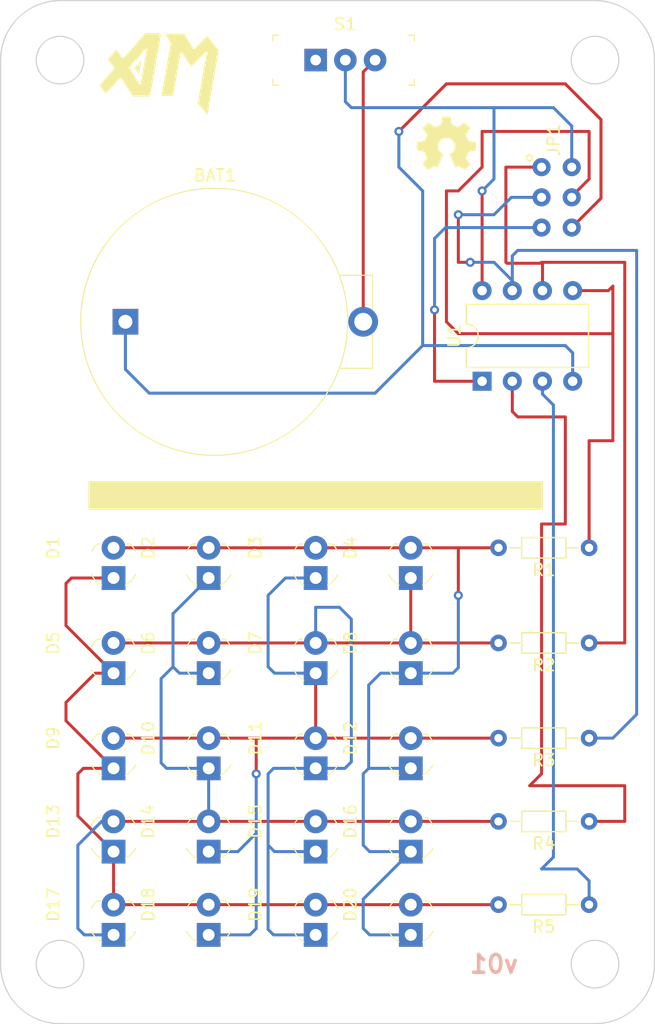
<source format=kicad_pcb>
(kicad_pcb (version 4) (host pcbnew 4.0.7)

  (general
    (links 54)
    (no_connects 0)
    (area 71.449999 57.949999 126.550001 144.050001)
    (thickness 1.6)
    (drawings 13)
    (tracks 188)
    (zones 0)
    (modules 32)
    (nets 16)
  )

  (page A4)
  (title_block
    (title "LED Matrix Display Badge ")
    (date 2019-01-16)
    (rev v01)
    (comment 2 creativecommons.org/licenses/by/4.0/)
    (comment 3 "License: CC BY 4.0")
    (comment 4 "Author: Amal Mathew")
  )

  (layers
    (0 F.Cu signal)
    (31 B.Cu signal)
    (32 B.Adhes user)
    (33 F.Adhes user)
    (34 B.Paste user)
    (35 F.Paste user)
    (36 B.SilkS user)
    (37 F.SilkS user)
    (38 B.Mask user)
    (39 F.Mask user)
    (40 Dwgs.User user)
    (41 Cmts.User user)
    (42 Eco1.User user)
    (43 Eco2.User user)
    (44 Edge.Cuts user)
    (45 Margin user)
    (46 B.CrtYd user)
    (47 F.CrtYd user)
    (48 B.Fab user)
    (49 F.Fab user)
  )

  (setup
    (last_trace_width 0.254)
    (trace_clearance 0.254)
    (zone_clearance 0.254)
    (zone_45_only no)
    (trace_min 0.1524)
    (segment_width 0.2)
    (edge_width 0.15)
    (via_size 0.762)
    (via_drill 0.381)
    (via_min_size 0.6858)
    (via_min_drill 0.3302)
    (uvia_size 0.762)
    (uvia_drill 0.381)
    (uvias_allowed no)
    (uvia_min_size 0.6858)
    (uvia_min_drill 0.3302)
    (pcb_text_width 0.3)
    (pcb_text_size 1.5 1.5)
    (mod_edge_width 0.15)
    (mod_text_size 1 1)
    (mod_text_width 0.15)
    (pad_size 1.524 1.524)
    (pad_drill 0.762)
    (pad_to_mask_clearance 0.0508)
    (aux_axis_origin 0 0)
    (visible_elements 7FFFFFFF)
    (pcbplotparams
      (layerselection 0x010f0_80000001)
      (usegerberextensions true)
      (excludeedgelayer true)
      (linewidth 0.100000)
      (plotframeref false)
      (viasonmask false)
      (mode 1)
      (useauxorigin false)
      (hpglpennumber 1)
      (hpglpenspeed 20)
      (hpglpendiameter 15)
      (hpglpenoverlay 2)
      (psnegative false)
      (psa4output false)
      (plotreference true)
      (plotvalue false)
      (plotinvisibletext false)
      (padsonsilk false)
      (subtractmaskfromsilk false)
      (outputformat 1)
      (mirror false)
      (drillshape 0)
      (scaleselection 1)
      (outputdirectory "Gerber files/"))
  )

  (net 0 "")
  (net 1 GND)
  (net 2 "Net-(BAT1-PadPos)")
  (net 3 "Net-(D1-Pad2)")
  (net 4 "Net-(D1-Pad1)")
  (net 5 "Net-(D10-Pad1)")
  (net 6 "Net-(D10-Pad2)")
  (net 7 "Net-(D11-Pad1)")
  (net 8 MISO)
  (net 9 VCC)
  (net 10 SCK)
  (net 11 MOSI)
  (net 12 RST)
  (net 13 PB3)
  (net 14 PB4)
  (net 15 "Net-(S1-Pad1)")

  (net_class Default "This is the default net class."
    (clearance 0.254)
    (trace_width 0.254)
    (via_dia 0.762)
    (via_drill 0.381)
    (uvia_dia 0.762)
    (uvia_drill 0.381)
    (add_net GND)
    (add_net MISO)
    (add_net MOSI)
    (add_net "Net-(BAT1-PadPos)")
    (add_net "Net-(D1-Pad1)")
    (add_net "Net-(D1-Pad2)")
    (add_net "Net-(D10-Pad1)")
    (add_net "Net-(D10-Pad2)")
    (add_net "Net-(D11-Pad1)")
    (add_net "Net-(S1-Pad1)")
    (add_net PB3)
    (add_net PB4)
    (add_net RST)
    (add_net SCK)
    (add_net VCC)
  )

  (module digikey-footprints:Battery_Holder_Coin_2032_BS-7 (layer F.Cu) (tedit 5ACD0859) (tstamp 5C3F5F92)
    (at 82 85)
    (descr http://www.memoryprotectiondevices.com/datasheets/BS-7-datasheet.pdf)
    (path /5C3F5E77)
    (fp_text reference BAT1 (at 7.52856 -12.3063) (layer F.SilkS)
      (effects (font (size 1 1) (thickness 0.15)))
    )
    (fp_text value BS-7 (at 7.4676 13.56) (layer F.Fab)
      (effects (font (size 1 1) (thickness 0.15)))
    )
    (fp_line (start -3.9624 11.43) (end 21.5138 11.43) (layer F.CrtYd) (width 0.05))
    (fp_line (start -3.9624 -11.43) (end 21.5138 -11.43) (layer F.CrtYd) (width 0.05))
    (fp_line (start 21.5138 -11.43) (end 21.5138 11.43) (layer F.CrtYd) (width 0.05))
    (fp_line (start -3.9624 -11.43) (end -3.9624 11.43) (layer F.CrtYd) (width 0.05))
    (fp_line (start 20.7772 3.9116) (end 20.7772 1.0668) (layer F.SilkS) (width 0.1))
    (fp_line (start 20.7772 -3.9116) (end 20.7772 -1.0668) (layer F.SilkS) (width 0.1))
    (fp_line (start 18.034 3.9116) (end 20.7772 3.9116) (layer F.SilkS) (width 0.1))
    (fp_line (start 18.034 -3.9116) (end 20.7772 -3.9116) (layer F.SilkS) (width 0.1))
    (fp_line (start 20.6756 -3.81) (end 20.6756 3.81) (layer F.Fab) (width 0.1))
    (fp_line (start 17.9832 3.81) (end 20.6756 3.81) (layer F.Fab) (width 0.1))
    (fp_line (start 17.9832 -3.81) (end 20.6756 -3.81) (layer F.Fab) (width 0.1))
    (fp_text user %R (at 7.4676 0) (layer F.Fab)
      (effects (font (size 1 1) (thickness 0.15)))
    )
    (fp_circle (center 7.4676 0) (end -3.7592 0) (layer F.SilkS) (width 0.1))
    (fp_circle (center 7.4676 0) (end -3.7084 0) (layer F.Fab) (width 0.1))
    (pad Neg thru_hole rect (at 0 0) (size 2.17 2.17) (drill 1.17) (layers *.Cu *.Mask)
      (net 1 GND))
    (pad Pos thru_hole circle (at 20 0) (size 2.5 2.5) (drill 1.5) (layers *.Cu *.Mask)
      (net 2 "Net-(BAT1-PadPos)"))
  )

  (module digikey-footprints:LED_3mm_Radial (layer F.Cu) (tedit 5B1990B7) (tstamp 5C3F5F98)
    (at 81 104 90)
    (descr http://optoelectronics.liteon.com/upload/download/DS20-2000-343/1CHKxKNN.pdf)
    (path /5C3F4C16)
    (fp_text reference D1 (at 0 -5.08 90) (layer F.SilkS)
      (effects (font (size 1 1) (thickness 0.15)))
    )
    (fp_text value LED (at 0 5.08 90) (layer F.Fab)
      (effects (font (size 1 1) (thickness 0.15)))
    )
    (fp_circle (center -1.27 0) (end 1.38 0) (layer F.CrtYd) (width 0.05))
    (fp_line (start 0.33 -1.35) (end 0.33 -1.1) (layer F.SilkS) (width 0.1))
    (fp_line (start 0.33 1.35) (end 0.33 1.1) (layer F.SilkS) (width 0.1))
    (fp_arc (start -1.27 0) (end -3.12 1) (angle -33.21396116) (layer F.SilkS) (width 0.1))
    (fp_arc (start -1.27 0) (end -2.27 -1.85) (angle -33.21396116) (layer F.SilkS) (width 0.1))
    (fp_arc (start -1.27 0) (end -0.27 1.85) (angle -21.45098095) (layer F.SilkS) (width 0.1))
    (fp_arc (start -1.27 0) (end 0.33 -1.35) (angle -21.45098095) (layer F.SilkS) (width 0.1))
    (fp_line (start 0.23 -1.3) (end 0.23 1.3) (layer F.Fab) (width 0.1))
    (fp_arc (start -1.27 0) (end 0.23 -1.3) (angle -278.1712365) (layer F.Fab) (width 0.1))
    (fp_text user %R (at -1.27 0 90) (layer F.Fab)
      (effects (font (size 0.75 0.75) (thickness 0.1)))
    )
    (pad 2 thru_hole circle (at 0 0 90) (size 2 2) (drill 1) (layers *.Cu *.Mask)
      (net 3 "Net-(D1-Pad2)"))
    (pad 1 thru_hole rect (at -2.54 0 90) (size 2 2) (drill 1) (layers *.Cu *.Mask)
      (net 4 "Net-(D1-Pad1)"))
  )

  (module digikey-footprints:LED_3mm_Radial (layer F.Cu) (tedit 5B1990B7) (tstamp 5C3F5F9E)
    (at 89 104 90)
    (descr http://optoelectronics.liteon.com/upload/download/DS20-2000-343/1CHKxKNN.pdf)
    (path /5C3F4C81)
    (fp_text reference D2 (at 0 -5.08 90) (layer F.SilkS)
      (effects (font (size 1 1) (thickness 0.15)))
    )
    (fp_text value LED (at 0 5.08 90) (layer F.Fab)
      (effects (font (size 1 1) (thickness 0.15)))
    )
    (fp_circle (center -1.27 0) (end 1.38 0) (layer F.CrtYd) (width 0.05))
    (fp_line (start 0.33 -1.35) (end 0.33 -1.1) (layer F.SilkS) (width 0.1))
    (fp_line (start 0.33 1.35) (end 0.33 1.1) (layer F.SilkS) (width 0.1))
    (fp_arc (start -1.27 0) (end -3.12 1) (angle -33.21396116) (layer F.SilkS) (width 0.1))
    (fp_arc (start -1.27 0) (end -2.27 -1.85) (angle -33.21396116) (layer F.SilkS) (width 0.1))
    (fp_arc (start -1.27 0) (end -0.27 1.85) (angle -21.45098095) (layer F.SilkS) (width 0.1))
    (fp_arc (start -1.27 0) (end 0.33 -1.35) (angle -21.45098095) (layer F.SilkS) (width 0.1))
    (fp_line (start 0.23 -1.3) (end 0.23 1.3) (layer F.Fab) (width 0.1))
    (fp_arc (start -1.27 0) (end 0.23 -1.3) (angle -278.1712365) (layer F.Fab) (width 0.1))
    (fp_text user %R (at -1.27 0 90) (layer F.Fab)
      (effects (font (size 0.75 0.75) (thickness 0.1)))
    )
    (pad 2 thru_hole circle (at 0 0 90) (size 2 2) (drill 1) (layers *.Cu *.Mask)
      (net 3 "Net-(D1-Pad2)"))
    (pad 1 thru_hole rect (at -2.54 0 90) (size 2 2) (drill 1) (layers *.Cu *.Mask)
      (net 5 "Net-(D10-Pad1)"))
  )

  (module digikey-footprints:LED_3mm_Radial (layer F.Cu) (tedit 5B1990B7) (tstamp 5C3F5FA4)
    (at 98 104 90)
    (descr http://optoelectronics.liteon.com/upload/download/DS20-2000-343/1CHKxKNN.pdf)
    (path /5C3F4C9D)
    (fp_text reference D3 (at 0 -5.08 90) (layer F.SilkS)
      (effects (font (size 1 1) (thickness 0.15)))
    )
    (fp_text value LED (at 0 5.08 90) (layer F.Fab)
      (effects (font (size 1 1) (thickness 0.15)))
    )
    (fp_circle (center -1.27 0) (end 1.38 0) (layer F.CrtYd) (width 0.05))
    (fp_line (start 0.33 -1.35) (end 0.33 -1.1) (layer F.SilkS) (width 0.1))
    (fp_line (start 0.33 1.35) (end 0.33 1.1) (layer F.SilkS) (width 0.1))
    (fp_arc (start -1.27 0) (end -3.12 1) (angle -33.21396116) (layer F.SilkS) (width 0.1))
    (fp_arc (start -1.27 0) (end -2.27 -1.85) (angle -33.21396116) (layer F.SilkS) (width 0.1))
    (fp_arc (start -1.27 0) (end -0.27 1.85) (angle -21.45098095) (layer F.SilkS) (width 0.1))
    (fp_arc (start -1.27 0) (end 0.33 -1.35) (angle -21.45098095) (layer F.SilkS) (width 0.1))
    (fp_line (start 0.23 -1.3) (end 0.23 1.3) (layer F.Fab) (width 0.1))
    (fp_arc (start -1.27 0) (end 0.23 -1.3) (angle -278.1712365) (layer F.Fab) (width 0.1))
    (fp_text user %R (at -1.27 0 90) (layer F.Fab)
      (effects (font (size 0.75 0.75) (thickness 0.1)))
    )
    (pad 2 thru_hole circle (at 0 0 90) (size 2 2) (drill 1) (layers *.Cu *.Mask)
      (net 3 "Net-(D1-Pad2)"))
    (pad 1 thru_hole rect (at -2.54 0 90) (size 2 2) (drill 1) (layers *.Cu *.Mask)
      (net 6 "Net-(D10-Pad2)"))
  )

  (module digikey-footprints:LED_3mm_Radial (layer F.Cu) (tedit 5B1990B7) (tstamp 5C3F5FAA)
    (at 106 104 90)
    (descr http://optoelectronics.liteon.com/upload/download/DS20-2000-343/1CHKxKNN.pdf)
    (path /5C3F4CBC)
    (fp_text reference D4 (at 0 -5.08 90) (layer F.SilkS)
      (effects (font (size 1 1) (thickness 0.15)))
    )
    (fp_text value LED (at 0 5.08 90) (layer F.Fab)
      (effects (font (size 1 1) (thickness 0.15)))
    )
    (fp_circle (center -1.27 0) (end 1.38 0) (layer F.CrtYd) (width 0.05))
    (fp_line (start 0.33 -1.35) (end 0.33 -1.1) (layer F.SilkS) (width 0.1))
    (fp_line (start 0.33 1.35) (end 0.33 1.1) (layer F.SilkS) (width 0.1))
    (fp_arc (start -1.27 0) (end -3.12 1) (angle -33.21396116) (layer F.SilkS) (width 0.1))
    (fp_arc (start -1.27 0) (end -2.27 -1.85) (angle -33.21396116) (layer F.SilkS) (width 0.1))
    (fp_arc (start -1.27 0) (end -0.27 1.85) (angle -21.45098095) (layer F.SilkS) (width 0.1))
    (fp_arc (start -1.27 0) (end 0.33 -1.35) (angle -21.45098095) (layer F.SilkS) (width 0.1))
    (fp_line (start 0.23 -1.3) (end 0.23 1.3) (layer F.Fab) (width 0.1))
    (fp_arc (start -1.27 0) (end 0.23 -1.3) (angle -278.1712365) (layer F.Fab) (width 0.1))
    (fp_text user %R (at -1.27 0 90) (layer F.Fab)
      (effects (font (size 0.75 0.75) (thickness 0.1)))
    )
    (pad 2 thru_hole circle (at 0 0 90) (size 2 2) (drill 1) (layers *.Cu *.Mask)
      (net 3 "Net-(D1-Pad2)"))
    (pad 1 thru_hole rect (at -2.54 0 90) (size 2 2) (drill 1) (layers *.Cu *.Mask)
      (net 7 "Net-(D11-Pad1)"))
  )

  (module digikey-footprints:LED_3mm_Radial (layer F.Cu) (tedit 5B1990B7) (tstamp 5C3F5FB0)
    (at 81 112 90)
    (descr http://optoelectronics.liteon.com/upload/download/DS20-2000-343/1CHKxKNN.pdf)
    (path /5C3F4CE2)
    (fp_text reference D5 (at 0 -5.08 90) (layer F.SilkS)
      (effects (font (size 1 1) (thickness 0.15)))
    )
    (fp_text value LED (at 0 5.08 90) (layer F.Fab)
      (effects (font (size 1 1) (thickness 0.15)))
    )
    (fp_circle (center -1.27 0) (end 1.38 0) (layer F.CrtYd) (width 0.05))
    (fp_line (start 0.33 -1.35) (end 0.33 -1.1) (layer F.SilkS) (width 0.1))
    (fp_line (start 0.33 1.35) (end 0.33 1.1) (layer F.SilkS) (width 0.1))
    (fp_arc (start -1.27 0) (end -3.12 1) (angle -33.21396116) (layer F.SilkS) (width 0.1))
    (fp_arc (start -1.27 0) (end -2.27 -1.85) (angle -33.21396116) (layer F.SilkS) (width 0.1))
    (fp_arc (start -1.27 0) (end -0.27 1.85) (angle -21.45098095) (layer F.SilkS) (width 0.1))
    (fp_arc (start -1.27 0) (end 0.33 -1.35) (angle -21.45098095) (layer F.SilkS) (width 0.1))
    (fp_line (start 0.23 -1.3) (end 0.23 1.3) (layer F.Fab) (width 0.1))
    (fp_arc (start -1.27 0) (end 0.23 -1.3) (angle -278.1712365) (layer F.Fab) (width 0.1))
    (fp_text user %R (at -1.27 0 90) (layer F.Fab)
      (effects (font (size 0.75 0.75) (thickness 0.1)))
    )
    (pad 2 thru_hole circle (at 0 0 90) (size 2 2) (drill 1) (layers *.Cu *.Mask)
      (net 7 "Net-(D11-Pad1)"))
    (pad 1 thru_hole rect (at -2.54 0 90) (size 2 2) (drill 1) (layers *.Cu *.Mask)
      (net 4 "Net-(D1-Pad1)"))
  )

  (module digikey-footprints:LED_3mm_Radial (layer F.Cu) (tedit 5B1990B7) (tstamp 5C3F5FB6)
    (at 89 112 90)
    (descr http://optoelectronics.liteon.com/upload/download/DS20-2000-343/1CHKxKNN.pdf)
    (path /5C3F4D09)
    (fp_text reference D6 (at 0 -5.08 90) (layer F.SilkS)
      (effects (font (size 1 1) (thickness 0.15)))
    )
    (fp_text value LED (at 0 5.08 90) (layer F.Fab)
      (effects (font (size 1 1) (thickness 0.15)))
    )
    (fp_circle (center -1.27 0) (end 1.38 0) (layer F.CrtYd) (width 0.05))
    (fp_line (start 0.33 -1.35) (end 0.33 -1.1) (layer F.SilkS) (width 0.1))
    (fp_line (start 0.33 1.35) (end 0.33 1.1) (layer F.SilkS) (width 0.1))
    (fp_arc (start -1.27 0) (end -3.12 1) (angle -33.21396116) (layer F.SilkS) (width 0.1))
    (fp_arc (start -1.27 0) (end -2.27 -1.85) (angle -33.21396116) (layer F.SilkS) (width 0.1))
    (fp_arc (start -1.27 0) (end -0.27 1.85) (angle -21.45098095) (layer F.SilkS) (width 0.1))
    (fp_arc (start -1.27 0) (end 0.33 -1.35) (angle -21.45098095) (layer F.SilkS) (width 0.1))
    (fp_line (start 0.23 -1.3) (end 0.23 1.3) (layer F.Fab) (width 0.1))
    (fp_arc (start -1.27 0) (end 0.23 -1.3) (angle -278.1712365) (layer F.Fab) (width 0.1))
    (fp_text user %R (at -1.27 0 90) (layer F.Fab)
      (effects (font (size 0.75 0.75) (thickness 0.1)))
    )
    (pad 2 thru_hole circle (at 0 0 90) (size 2 2) (drill 1) (layers *.Cu *.Mask)
      (net 7 "Net-(D11-Pad1)"))
    (pad 1 thru_hole rect (at -2.54 0 90) (size 2 2) (drill 1) (layers *.Cu *.Mask)
      (net 5 "Net-(D10-Pad1)"))
  )

  (module digikey-footprints:LED_3mm_Radial (layer F.Cu) (tedit 5B1990B7) (tstamp 5C3F5FBC)
    (at 98 112 90)
    (descr http://optoelectronics.liteon.com/upload/download/DS20-2000-343/1CHKxKNN.pdf)
    (path /5C3F4D2F)
    (fp_text reference D7 (at 0 -5.08 90) (layer F.SilkS)
      (effects (font (size 1 1) (thickness 0.15)))
    )
    (fp_text value LED (at 0 5.08 90) (layer F.Fab)
      (effects (font (size 1 1) (thickness 0.15)))
    )
    (fp_circle (center -1.27 0) (end 1.38 0) (layer F.CrtYd) (width 0.05))
    (fp_line (start 0.33 -1.35) (end 0.33 -1.1) (layer F.SilkS) (width 0.1))
    (fp_line (start 0.33 1.35) (end 0.33 1.1) (layer F.SilkS) (width 0.1))
    (fp_arc (start -1.27 0) (end -3.12 1) (angle -33.21396116) (layer F.SilkS) (width 0.1))
    (fp_arc (start -1.27 0) (end -2.27 -1.85) (angle -33.21396116) (layer F.SilkS) (width 0.1))
    (fp_arc (start -1.27 0) (end -0.27 1.85) (angle -21.45098095) (layer F.SilkS) (width 0.1))
    (fp_arc (start -1.27 0) (end 0.33 -1.35) (angle -21.45098095) (layer F.SilkS) (width 0.1))
    (fp_line (start 0.23 -1.3) (end 0.23 1.3) (layer F.Fab) (width 0.1))
    (fp_arc (start -1.27 0) (end 0.23 -1.3) (angle -278.1712365) (layer F.Fab) (width 0.1))
    (fp_text user %R (at -1.27 0 90) (layer F.Fab)
      (effects (font (size 0.75 0.75) (thickness 0.1)))
    )
    (pad 2 thru_hole circle (at 0 0 90) (size 2 2) (drill 1) (layers *.Cu *.Mask)
      (net 7 "Net-(D11-Pad1)"))
    (pad 1 thru_hole rect (at -2.54 0 90) (size 2 2) (drill 1) (layers *.Cu *.Mask)
      (net 6 "Net-(D10-Pad2)"))
  )

  (module digikey-footprints:LED_3mm_Radial (layer F.Cu) (tedit 5B1990B7) (tstamp 5C3F5FC2)
    (at 106 112 90)
    (descr http://optoelectronics.liteon.com/upload/download/DS20-2000-343/1CHKxKNN.pdf)
    (path /5C3F4D5C)
    (fp_text reference D8 (at 0 -5.08 90) (layer F.SilkS)
      (effects (font (size 1 1) (thickness 0.15)))
    )
    (fp_text value LED (at 0 5.08 90) (layer F.Fab)
      (effects (font (size 1 1) (thickness 0.15)))
    )
    (fp_circle (center -1.27 0) (end 1.38 0) (layer F.CrtYd) (width 0.05))
    (fp_line (start 0.33 -1.35) (end 0.33 -1.1) (layer F.SilkS) (width 0.1))
    (fp_line (start 0.33 1.35) (end 0.33 1.1) (layer F.SilkS) (width 0.1))
    (fp_arc (start -1.27 0) (end -3.12 1) (angle -33.21396116) (layer F.SilkS) (width 0.1))
    (fp_arc (start -1.27 0) (end -2.27 -1.85) (angle -33.21396116) (layer F.SilkS) (width 0.1))
    (fp_arc (start -1.27 0) (end -0.27 1.85) (angle -21.45098095) (layer F.SilkS) (width 0.1))
    (fp_arc (start -1.27 0) (end 0.33 -1.35) (angle -21.45098095) (layer F.SilkS) (width 0.1))
    (fp_line (start 0.23 -1.3) (end 0.23 1.3) (layer F.Fab) (width 0.1))
    (fp_arc (start -1.27 0) (end 0.23 -1.3) (angle -278.1712365) (layer F.Fab) (width 0.1))
    (fp_text user %R (at -1.27 0 90) (layer F.Fab)
      (effects (font (size 0.75 0.75) (thickness 0.1)))
    )
    (pad 2 thru_hole circle (at 0 0 90) (size 2 2) (drill 1) (layers *.Cu *.Mask)
      (net 7 "Net-(D11-Pad1)"))
    (pad 1 thru_hole rect (at -2.54 0 90) (size 2 2) (drill 1) (layers *.Cu *.Mask)
      (net 3 "Net-(D1-Pad2)"))
  )

  (module digikey-footprints:LED_3mm_Radial (layer F.Cu) (tedit 5B1990B7) (tstamp 5C3F5FC8)
    (at 81 120 90)
    (descr http://optoelectronics.liteon.com/upload/download/DS20-2000-343/1CHKxKNN.pdf)
    (path /5C3F4D98)
    (fp_text reference D9 (at 0 -5.08 90) (layer F.SilkS)
      (effects (font (size 1 1) (thickness 0.15)))
    )
    (fp_text value LED (at 0 5.08 90) (layer F.Fab)
      (effects (font (size 1 1) (thickness 0.15)))
    )
    (fp_circle (center -1.27 0) (end 1.38 0) (layer F.CrtYd) (width 0.05))
    (fp_line (start 0.33 -1.35) (end 0.33 -1.1) (layer F.SilkS) (width 0.1))
    (fp_line (start 0.33 1.35) (end 0.33 1.1) (layer F.SilkS) (width 0.1))
    (fp_arc (start -1.27 0) (end -3.12 1) (angle -33.21396116) (layer F.SilkS) (width 0.1))
    (fp_arc (start -1.27 0) (end -2.27 -1.85) (angle -33.21396116) (layer F.SilkS) (width 0.1))
    (fp_arc (start -1.27 0) (end -0.27 1.85) (angle -21.45098095) (layer F.SilkS) (width 0.1))
    (fp_arc (start -1.27 0) (end 0.33 -1.35) (angle -21.45098095) (layer F.SilkS) (width 0.1))
    (fp_line (start 0.23 -1.3) (end 0.23 1.3) (layer F.Fab) (width 0.1))
    (fp_arc (start -1.27 0) (end 0.23 -1.3) (angle -278.1712365) (layer F.Fab) (width 0.1))
    (fp_text user %R (at -1.27 0 90) (layer F.Fab)
      (effects (font (size 0.75 0.75) (thickness 0.1)))
    )
    (pad 2 thru_hole circle (at 0 0 90) (size 2 2) (drill 1) (layers *.Cu *.Mask)
      (net 6 "Net-(D10-Pad2)"))
    (pad 1 thru_hole rect (at -2.54 0 90) (size 2 2) (drill 1) (layers *.Cu *.Mask)
      (net 4 "Net-(D1-Pad1)"))
  )

  (module digikey-footprints:LED_3mm_Radial (layer F.Cu) (tedit 5B1990B7) (tstamp 5C3F5FCE)
    (at 89 120 90)
    (descr http://optoelectronics.liteon.com/upload/download/DS20-2000-343/1CHKxKNN.pdf)
    (path /5C3F4DCD)
    (fp_text reference D10 (at 0 -5.08 90) (layer F.SilkS)
      (effects (font (size 1 1) (thickness 0.15)))
    )
    (fp_text value LED (at 0 5.08 90) (layer F.Fab)
      (effects (font (size 1 1) (thickness 0.15)))
    )
    (fp_circle (center -1.27 0) (end 1.38 0) (layer F.CrtYd) (width 0.05))
    (fp_line (start 0.33 -1.35) (end 0.33 -1.1) (layer F.SilkS) (width 0.1))
    (fp_line (start 0.33 1.35) (end 0.33 1.1) (layer F.SilkS) (width 0.1))
    (fp_arc (start -1.27 0) (end -3.12 1) (angle -33.21396116) (layer F.SilkS) (width 0.1))
    (fp_arc (start -1.27 0) (end -2.27 -1.85) (angle -33.21396116) (layer F.SilkS) (width 0.1))
    (fp_arc (start -1.27 0) (end -0.27 1.85) (angle -21.45098095) (layer F.SilkS) (width 0.1))
    (fp_arc (start -1.27 0) (end 0.33 -1.35) (angle -21.45098095) (layer F.SilkS) (width 0.1))
    (fp_line (start 0.23 -1.3) (end 0.23 1.3) (layer F.Fab) (width 0.1))
    (fp_arc (start -1.27 0) (end 0.23 -1.3) (angle -278.1712365) (layer F.Fab) (width 0.1))
    (fp_text user %R (at -1.27 0 90) (layer F.Fab)
      (effects (font (size 0.75 0.75) (thickness 0.1)))
    )
    (pad 2 thru_hole circle (at 0 0 90) (size 2 2) (drill 1) (layers *.Cu *.Mask)
      (net 6 "Net-(D10-Pad2)"))
    (pad 1 thru_hole rect (at -2.54 0 90) (size 2 2) (drill 1) (layers *.Cu *.Mask)
      (net 5 "Net-(D10-Pad1)"))
  )

  (module digikey-footprints:LED_3mm_Radial (layer F.Cu) (tedit 5B1990B7) (tstamp 5C3F5FD4)
    (at 98 120 90)
    (descr http://optoelectronics.liteon.com/upload/download/DS20-2000-343/1CHKxKNN.pdf)
    (path /5C3F4E05)
    (fp_text reference D11 (at 0 -5.08 90) (layer F.SilkS)
      (effects (font (size 1 1) (thickness 0.15)))
    )
    (fp_text value LED (at 0 5.08 90) (layer F.Fab)
      (effects (font (size 1 1) (thickness 0.15)))
    )
    (fp_circle (center -1.27 0) (end 1.38 0) (layer F.CrtYd) (width 0.05))
    (fp_line (start 0.33 -1.35) (end 0.33 -1.1) (layer F.SilkS) (width 0.1))
    (fp_line (start 0.33 1.35) (end 0.33 1.1) (layer F.SilkS) (width 0.1))
    (fp_arc (start -1.27 0) (end -3.12 1) (angle -33.21396116) (layer F.SilkS) (width 0.1))
    (fp_arc (start -1.27 0) (end -2.27 -1.85) (angle -33.21396116) (layer F.SilkS) (width 0.1))
    (fp_arc (start -1.27 0) (end -0.27 1.85) (angle -21.45098095) (layer F.SilkS) (width 0.1))
    (fp_arc (start -1.27 0) (end 0.33 -1.35) (angle -21.45098095) (layer F.SilkS) (width 0.1))
    (fp_line (start 0.23 -1.3) (end 0.23 1.3) (layer F.Fab) (width 0.1))
    (fp_arc (start -1.27 0) (end 0.23 -1.3) (angle -278.1712365) (layer F.Fab) (width 0.1))
    (fp_text user %R (at -1.27 0 90) (layer F.Fab)
      (effects (font (size 0.75 0.75) (thickness 0.1)))
    )
    (pad 2 thru_hole circle (at 0 0 90) (size 2 2) (drill 1) (layers *.Cu *.Mask)
      (net 6 "Net-(D10-Pad2)"))
    (pad 1 thru_hole rect (at -2.54 0 90) (size 2 2) (drill 1) (layers *.Cu *.Mask)
      (net 7 "Net-(D11-Pad1)"))
  )

  (module digikey-footprints:LED_3mm_Radial (layer F.Cu) (tedit 5B1990B7) (tstamp 5C3F5FDA)
    (at 106 120 90)
    (descr http://optoelectronics.liteon.com/upload/download/DS20-2000-343/1CHKxKNN.pdf)
    (path /5C3F4E3A)
    (fp_text reference D12 (at 0 -5.08 90) (layer F.SilkS)
      (effects (font (size 1 1) (thickness 0.15)))
    )
    (fp_text value LED (at 0 5.08 90) (layer F.Fab)
      (effects (font (size 1 1) (thickness 0.15)))
    )
    (fp_circle (center -1.27 0) (end 1.38 0) (layer F.CrtYd) (width 0.05))
    (fp_line (start 0.33 -1.35) (end 0.33 -1.1) (layer F.SilkS) (width 0.1))
    (fp_line (start 0.33 1.35) (end 0.33 1.1) (layer F.SilkS) (width 0.1))
    (fp_arc (start -1.27 0) (end -3.12 1) (angle -33.21396116) (layer F.SilkS) (width 0.1))
    (fp_arc (start -1.27 0) (end -2.27 -1.85) (angle -33.21396116) (layer F.SilkS) (width 0.1))
    (fp_arc (start -1.27 0) (end -0.27 1.85) (angle -21.45098095) (layer F.SilkS) (width 0.1))
    (fp_arc (start -1.27 0) (end 0.33 -1.35) (angle -21.45098095) (layer F.SilkS) (width 0.1))
    (fp_line (start 0.23 -1.3) (end 0.23 1.3) (layer F.Fab) (width 0.1))
    (fp_arc (start -1.27 0) (end 0.23 -1.3) (angle -278.1712365) (layer F.Fab) (width 0.1))
    (fp_text user %R (at -1.27 0 90) (layer F.Fab)
      (effects (font (size 0.75 0.75) (thickness 0.1)))
    )
    (pad 2 thru_hole circle (at 0 0 90) (size 2 2) (drill 1) (layers *.Cu *.Mask)
      (net 6 "Net-(D10-Pad2)"))
    (pad 1 thru_hole rect (at -2.54 0 90) (size 2 2) (drill 1) (layers *.Cu *.Mask)
      (net 3 "Net-(D1-Pad2)"))
  )

  (module digikey-footprints:LED_3mm_Radial (layer F.Cu) (tedit 5B1990B7) (tstamp 5C3F5FE0)
    (at 81 127 90)
    (descr http://optoelectronics.liteon.com/upload/download/DS20-2000-343/1CHKxKNN.pdf)
    (path /5C3F4E7C)
    (fp_text reference D13 (at 0 -5.08 90) (layer F.SilkS)
      (effects (font (size 1 1) (thickness 0.15)))
    )
    (fp_text value LED (at 0 5.08 90) (layer F.Fab)
      (effects (font (size 1 1) (thickness 0.15)))
    )
    (fp_circle (center -1.27 0) (end 1.38 0) (layer F.CrtYd) (width 0.05))
    (fp_line (start 0.33 -1.35) (end 0.33 -1.1) (layer F.SilkS) (width 0.1))
    (fp_line (start 0.33 1.35) (end 0.33 1.1) (layer F.SilkS) (width 0.1))
    (fp_arc (start -1.27 0) (end -3.12 1) (angle -33.21396116) (layer F.SilkS) (width 0.1))
    (fp_arc (start -1.27 0) (end -2.27 -1.85) (angle -33.21396116) (layer F.SilkS) (width 0.1))
    (fp_arc (start -1.27 0) (end -0.27 1.85) (angle -21.45098095) (layer F.SilkS) (width 0.1))
    (fp_arc (start -1.27 0) (end 0.33 -1.35) (angle -21.45098095) (layer F.SilkS) (width 0.1))
    (fp_line (start 0.23 -1.3) (end 0.23 1.3) (layer F.Fab) (width 0.1))
    (fp_arc (start -1.27 0) (end 0.23 -1.3) (angle -278.1712365) (layer F.Fab) (width 0.1))
    (fp_text user %R (at -1.27 0 90) (layer F.Fab)
      (effects (font (size 0.75 0.75) (thickness 0.1)))
    )
    (pad 2 thru_hole circle (at 0 0 90) (size 2 2) (drill 1) (layers *.Cu *.Mask)
      (net 5 "Net-(D10-Pad1)"))
    (pad 1 thru_hole rect (at -2.54 0 90) (size 2 2) (drill 1) (layers *.Cu *.Mask)
      (net 4 "Net-(D1-Pad1)"))
  )

  (module digikey-footprints:LED_3mm_Radial (layer F.Cu) (tedit 5B1990B7) (tstamp 5C3F5FE6)
    (at 89 127 90)
    (descr http://optoelectronics.liteon.com/upload/download/DS20-2000-343/1CHKxKNN.pdf)
    (path /5C3F4EC1)
    (fp_text reference D14 (at 0 -5.08 90) (layer F.SilkS)
      (effects (font (size 1 1) (thickness 0.15)))
    )
    (fp_text value LED (at 0 5.08 90) (layer F.Fab)
      (effects (font (size 1 1) (thickness 0.15)))
    )
    (fp_circle (center -1.27 0) (end 1.38 0) (layer F.CrtYd) (width 0.05))
    (fp_line (start 0.33 -1.35) (end 0.33 -1.1) (layer F.SilkS) (width 0.1))
    (fp_line (start 0.33 1.35) (end 0.33 1.1) (layer F.SilkS) (width 0.1))
    (fp_arc (start -1.27 0) (end -3.12 1) (angle -33.21396116) (layer F.SilkS) (width 0.1))
    (fp_arc (start -1.27 0) (end -2.27 -1.85) (angle -33.21396116) (layer F.SilkS) (width 0.1))
    (fp_arc (start -1.27 0) (end -0.27 1.85) (angle -21.45098095) (layer F.SilkS) (width 0.1))
    (fp_arc (start -1.27 0) (end 0.33 -1.35) (angle -21.45098095) (layer F.SilkS) (width 0.1))
    (fp_line (start 0.23 -1.3) (end 0.23 1.3) (layer F.Fab) (width 0.1))
    (fp_arc (start -1.27 0) (end 0.23 -1.3) (angle -278.1712365) (layer F.Fab) (width 0.1))
    (fp_text user %R (at -1.27 0 90) (layer F.Fab)
      (effects (font (size 0.75 0.75) (thickness 0.1)))
    )
    (pad 2 thru_hole circle (at 0 0 90) (size 2 2) (drill 1) (layers *.Cu *.Mask)
      (net 5 "Net-(D10-Pad1)"))
    (pad 1 thru_hole rect (at -2.54 0 90) (size 2 2) (drill 1) (layers *.Cu *.Mask)
      (net 6 "Net-(D10-Pad2)"))
  )

  (module digikey-footprints:LED_3mm_Radial (layer F.Cu) (tedit 5B1990B7) (tstamp 5C3F5FEC)
    (at 98 127 90)
    (descr http://optoelectronics.liteon.com/upload/download/DS20-2000-343/1CHKxKNN.pdf)
    (path /5C3F4F05)
    (fp_text reference D15 (at 0 -5.08 90) (layer F.SilkS)
      (effects (font (size 1 1) (thickness 0.15)))
    )
    (fp_text value LED (at 0 5.08 90) (layer F.Fab)
      (effects (font (size 1 1) (thickness 0.15)))
    )
    (fp_circle (center -1.27 0) (end 1.38 0) (layer F.CrtYd) (width 0.05))
    (fp_line (start 0.33 -1.35) (end 0.33 -1.1) (layer F.SilkS) (width 0.1))
    (fp_line (start 0.33 1.35) (end 0.33 1.1) (layer F.SilkS) (width 0.1))
    (fp_arc (start -1.27 0) (end -3.12 1) (angle -33.21396116) (layer F.SilkS) (width 0.1))
    (fp_arc (start -1.27 0) (end -2.27 -1.85) (angle -33.21396116) (layer F.SilkS) (width 0.1))
    (fp_arc (start -1.27 0) (end -0.27 1.85) (angle -21.45098095) (layer F.SilkS) (width 0.1))
    (fp_arc (start -1.27 0) (end 0.33 -1.35) (angle -21.45098095) (layer F.SilkS) (width 0.1))
    (fp_line (start 0.23 -1.3) (end 0.23 1.3) (layer F.Fab) (width 0.1))
    (fp_arc (start -1.27 0) (end 0.23 -1.3) (angle -278.1712365) (layer F.Fab) (width 0.1))
    (fp_text user %R (at -1.27 0 90) (layer F.Fab)
      (effects (font (size 0.75 0.75) (thickness 0.1)))
    )
    (pad 2 thru_hole circle (at 0 0 90) (size 2 2) (drill 1) (layers *.Cu *.Mask)
      (net 5 "Net-(D10-Pad1)"))
    (pad 1 thru_hole rect (at -2.54 0 90) (size 2 2) (drill 1) (layers *.Cu *.Mask)
      (net 7 "Net-(D11-Pad1)"))
  )

  (module digikey-footprints:LED_3mm_Radial (layer F.Cu) (tedit 5B1990B7) (tstamp 5C3F5FF2)
    (at 106 127 90)
    (descr http://optoelectronics.liteon.com/upload/download/DS20-2000-343/1CHKxKNN.pdf)
    (path /5C3F4F46)
    (fp_text reference D16 (at 0 -5.08 90) (layer F.SilkS)
      (effects (font (size 1 1) (thickness 0.15)))
    )
    (fp_text value LED (at 0 5.08 90) (layer F.Fab)
      (effects (font (size 1 1) (thickness 0.15)))
    )
    (fp_circle (center -1.27 0) (end 1.38 0) (layer F.CrtYd) (width 0.05))
    (fp_line (start 0.33 -1.35) (end 0.33 -1.1) (layer F.SilkS) (width 0.1))
    (fp_line (start 0.33 1.35) (end 0.33 1.1) (layer F.SilkS) (width 0.1))
    (fp_arc (start -1.27 0) (end -3.12 1) (angle -33.21396116) (layer F.SilkS) (width 0.1))
    (fp_arc (start -1.27 0) (end -2.27 -1.85) (angle -33.21396116) (layer F.SilkS) (width 0.1))
    (fp_arc (start -1.27 0) (end -0.27 1.85) (angle -21.45098095) (layer F.SilkS) (width 0.1))
    (fp_arc (start -1.27 0) (end 0.33 -1.35) (angle -21.45098095) (layer F.SilkS) (width 0.1))
    (fp_line (start 0.23 -1.3) (end 0.23 1.3) (layer F.Fab) (width 0.1))
    (fp_arc (start -1.27 0) (end 0.23 -1.3) (angle -278.1712365) (layer F.Fab) (width 0.1))
    (fp_text user %R (at -1.27 0 90) (layer F.Fab)
      (effects (font (size 0.75 0.75) (thickness 0.1)))
    )
    (pad 2 thru_hole circle (at 0 0 90) (size 2 2) (drill 1) (layers *.Cu *.Mask)
      (net 5 "Net-(D10-Pad1)"))
    (pad 1 thru_hole rect (at -2.54 0 90) (size 2 2) (drill 1) (layers *.Cu *.Mask)
      (net 3 "Net-(D1-Pad2)"))
  )

  (module digikey-footprints:LED_3mm_Radial (layer F.Cu) (tedit 5B1990B7) (tstamp 5C3F5FF8)
    (at 81 134 90)
    (descr http://optoelectronics.liteon.com/upload/download/DS20-2000-343/1CHKxKNN.pdf)
    (path /5C3F4F8C)
    (fp_text reference D17 (at 0 -5.08 90) (layer F.SilkS)
      (effects (font (size 1 1) (thickness 0.15)))
    )
    (fp_text value LED (at 0 5.08 90) (layer F.Fab)
      (effects (font (size 1 1) (thickness 0.15)))
    )
    (fp_circle (center -1.27 0) (end 1.38 0) (layer F.CrtYd) (width 0.05))
    (fp_line (start 0.33 -1.35) (end 0.33 -1.1) (layer F.SilkS) (width 0.1))
    (fp_line (start 0.33 1.35) (end 0.33 1.1) (layer F.SilkS) (width 0.1))
    (fp_arc (start -1.27 0) (end -3.12 1) (angle -33.21396116) (layer F.SilkS) (width 0.1))
    (fp_arc (start -1.27 0) (end -2.27 -1.85) (angle -33.21396116) (layer F.SilkS) (width 0.1))
    (fp_arc (start -1.27 0) (end -0.27 1.85) (angle -21.45098095) (layer F.SilkS) (width 0.1))
    (fp_arc (start -1.27 0) (end 0.33 -1.35) (angle -21.45098095) (layer F.SilkS) (width 0.1))
    (fp_line (start 0.23 -1.3) (end 0.23 1.3) (layer F.Fab) (width 0.1))
    (fp_arc (start -1.27 0) (end 0.23 -1.3) (angle -278.1712365) (layer F.Fab) (width 0.1))
    (fp_text user %R (at -1.27 0 90) (layer F.Fab)
      (effects (font (size 0.75 0.75) (thickness 0.1)))
    )
    (pad 2 thru_hole circle (at 0 0 90) (size 2 2) (drill 1) (layers *.Cu *.Mask)
      (net 4 "Net-(D1-Pad1)"))
    (pad 1 thru_hole rect (at -2.54 0 90) (size 2 2) (drill 1) (layers *.Cu *.Mask)
      (net 5 "Net-(D10-Pad1)"))
  )

  (module digikey-footprints:LED_3mm_Radial (layer F.Cu) (tedit 5B1990B7) (tstamp 5C3F5FFE)
    (at 89 134 90)
    (descr http://optoelectronics.liteon.com/upload/download/DS20-2000-343/1CHKxKNN.pdf)
    (path /5C3F4FE1)
    (fp_text reference D18 (at 0 -5.08 90) (layer F.SilkS)
      (effects (font (size 1 1) (thickness 0.15)))
    )
    (fp_text value LED (at 0 5.08 90) (layer F.Fab)
      (effects (font (size 1 1) (thickness 0.15)))
    )
    (fp_circle (center -1.27 0) (end 1.38 0) (layer F.CrtYd) (width 0.05))
    (fp_line (start 0.33 -1.35) (end 0.33 -1.1) (layer F.SilkS) (width 0.1))
    (fp_line (start 0.33 1.35) (end 0.33 1.1) (layer F.SilkS) (width 0.1))
    (fp_arc (start -1.27 0) (end -3.12 1) (angle -33.21396116) (layer F.SilkS) (width 0.1))
    (fp_arc (start -1.27 0) (end -2.27 -1.85) (angle -33.21396116) (layer F.SilkS) (width 0.1))
    (fp_arc (start -1.27 0) (end -0.27 1.85) (angle -21.45098095) (layer F.SilkS) (width 0.1))
    (fp_arc (start -1.27 0) (end 0.33 -1.35) (angle -21.45098095) (layer F.SilkS) (width 0.1))
    (fp_line (start 0.23 -1.3) (end 0.23 1.3) (layer F.Fab) (width 0.1))
    (fp_arc (start -1.27 0) (end 0.23 -1.3) (angle -278.1712365) (layer F.Fab) (width 0.1))
    (fp_text user %R (at -1.27 0 90) (layer F.Fab)
      (effects (font (size 0.75 0.75) (thickness 0.1)))
    )
    (pad 2 thru_hole circle (at 0 0 90) (size 2 2) (drill 1) (layers *.Cu *.Mask)
      (net 4 "Net-(D1-Pad1)"))
    (pad 1 thru_hole rect (at -2.54 0 90) (size 2 2) (drill 1) (layers *.Cu *.Mask)
      (net 6 "Net-(D10-Pad2)"))
  )

  (module digikey-footprints:LED_3mm_Radial (layer F.Cu) (tedit 5B1990B7) (tstamp 5C3F6004)
    (at 98 134 90)
    (descr http://optoelectronics.liteon.com/upload/download/DS20-2000-343/1CHKxKNN.pdf)
    (path /5C3F5037)
    (fp_text reference D19 (at 0 -5.08 90) (layer F.SilkS)
      (effects (font (size 1 1) (thickness 0.15)))
    )
    (fp_text value LED (at 0 5.08 90) (layer F.Fab)
      (effects (font (size 1 1) (thickness 0.15)))
    )
    (fp_circle (center -1.27 0) (end 1.38 0) (layer F.CrtYd) (width 0.05))
    (fp_line (start 0.33 -1.35) (end 0.33 -1.1) (layer F.SilkS) (width 0.1))
    (fp_line (start 0.33 1.35) (end 0.33 1.1) (layer F.SilkS) (width 0.1))
    (fp_arc (start -1.27 0) (end -3.12 1) (angle -33.21396116) (layer F.SilkS) (width 0.1))
    (fp_arc (start -1.27 0) (end -2.27 -1.85) (angle -33.21396116) (layer F.SilkS) (width 0.1))
    (fp_arc (start -1.27 0) (end -0.27 1.85) (angle -21.45098095) (layer F.SilkS) (width 0.1))
    (fp_arc (start -1.27 0) (end 0.33 -1.35) (angle -21.45098095) (layer F.SilkS) (width 0.1))
    (fp_line (start 0.23 -1.3) (end 0.23 1.3) (layer F.Fab) (width 0.1))
    (fp_arc (start -1.27 0) (end 0.23 -1.3) (angle -278.1712365) (layer F.Fab) (width 0.1))
    (fp_text user %R (at -1.27 0 90) (layer F.Fab)
      (effects (font (size 0.75 0.75) (thickness 0.1)))
    )
    (pad 2 thru_hole circle (at 0 0 90) (size 2 2) (drill 1) (layers *.Cu *.Mask)
      (net 4 "Net-(D1-Pad1)"))
    (pad 1 thru_hole rect (at -2.54 0 90) (size 2 2) (drill 1) (layers *.Cu *.Mask)
      (net 7 "Net-(D11-Pad1)"))
  )

  (module digikey-footprints:LED_3mm_Radial (layer F.Cu) (tedit 5B1990B7) (tstamp 5C3F600A)
    (at 106 134 90)
    (descr http://optoelectronics.liteon.com/upload/download/DS20-2000-343/1CHKxKNN.pdf)
    (path /5C3F5086)
    (fp_text reference D20 (at 0 -5.08 90) (layer F.SilkS)
      (effects (font (size 1 1) (thickness 0.15)))
    )
    (fp_text value LED (at 0 5.08 90) (layer F.Fab)
      (effects (font (size 1 1) (thickness 0.15)))
    )
    (fp_circle (center -1.27 0) (end 1.38 0) (layer F.CrtYd) (width 0.05))
    (fp_line (start 0.33 -1.35) (end 0.33 -1.1) (layer F.SilkS) (width 0.1))
    (fp_line (start 0.33 1.35) (end 0.33 1.1) (layer F.SilkS) (width 0.1))
    (fp_arc (start -1.27 0) (end -3.12 1) (angle -33.21396116) (layer F.SilkS) (width 0.1))
    (fp_arc (start -1.27 0) (end -2.27 -1.85) (angle -33.21396116) (layer F.SilkS) (width 0.1))
    (fp_arc (start -1.27 0) (end -0.27 1.85) (angle -21.45098095) (layer F.SilkS) (width 0.1))
    (fp_arc (start -1.27 0) (end 0.33 -1.35) (angle -21.45098095) (layer F.SilkS) (width 0.1))
    (fp_line (start 0.23 -1.3) (end 0.23 1.3) (layer F.Fab) (width 0.1))
    (fp_arc (start -1.27 0) (end 0.23 -1.3) (angle -278.1712365) (layer F.Fab) (width 0.1))
    (fp_text user %R (at -1.27 0 90) (layer F.Fab)
      (effects (font (size 0.75 0.75) (thickness 0.1)))
    )
    (pad 2 thru_hole circle (at 0 0 90) (size 2 2) (drill 1) (layers *.Cu *.Mask)
      (net 4 "Net-(D1-Pad1)"))
    (pad 1 thru_hole rect (at -2.54 0 90) (size 2 2) (drill 1) (layers *.Cu *.Mask)
      (net 3 "Net-(D1-Pad2)"))
  )

  (module 6pinconnector:6PINCONNECTOR (layer F.Cu) (tedit 5C3F4B90) (tstamp 5C3F6015)
    (at 117 72 270)
    (path /5C3FD595)
    (fp_text reference JP1 (at -2.286 -1.016 270) (layer F.SilkS)
      (effects (font (size 1 1) (thickness 0.15)))
    )
    (fp_text value 6pinconnector (at 3.302 -4.318 270) (layer F.Fab)
      (effects (font (size 1 1) (thickness 0.15)))
    )
    (fp_circle (center -0.762 1.016) (end -0.762 1.27) (layer F.SilkS) (width 0.15))
    (pad 1 thru_hole circle (at 0 0 270) (size 1.524 1.524) (drill 0.762) (layers *.Cu *.Mask)
      (net 8 MISO))
    (pad 2 thru_hole circle (at 0 -2.54 270) (size 1.524 1.524) (drill 0.762) (layers *.Cu *.Mask)
      (net 9 VCC))
    (pad 3 thru_hole circle (at 2.54 0 270) (size 1.524 1.524) (drill 0.762) (layers *.Cu *.Mask)
      (net 10 SCK))
    (pad 4 thru_hole circle (at 2.54 -2.54 270) (size 1.524 1.524) (drill 0.762) (layers *.Cu *.Mask)
      (net 11 MOSI))
    (pad 5 thru_hole circle (at 5.08 0 270) (size 1.524 1.524) (drill 0.762) (layers *.Cu *.Mask)
      (net 12 RST))
    (pad 6 thru_hole circle (at 5.08 -2.54 270) (size 1.524 1.524) (drill 0.762) (layers *.Cu *.Mask)
      (net 1 GND))
  )

  (module Resistors_THT:R_Axial_DIN0204_L3.6mm_D1.6mm_P7.62mm_Horizontal (layer F.Cu) (tedit 5874F706) (tstamp 5C3F601B)
    (at 121 104 180)
    (descr "Resistor, Axial_DIN0204 series, Axial, Horizontal, pin pitch=7.62mm, 0.16666666666666666W = 1/6W, length*diameter=3.6*1.6mm^2, http://cdn-reichelt.de/documents/datenblatt/B400/1_4W%23YAG.pdf")
    (tags "Resistor Axial_DIN0204 series Axial Horizontal pin pitch 7.62mm 0.16666666666666666W = 1/6W length 3.6mm diameter 1.6mm")
    (path /5C3F5816)
    (fp_text reference R1 (at 3.81 -1.86 180) (layer F.SilkS)
      (effects (font (size 1 1) (thickness 0.15)))
    )
    (fp_text value 100 (at 3.81 1.86 180) (layer F.Fab)
      (effects (font (size 1 1) (thickness 0.15)))
    )
    (fp_line (start 2.01 -0.8) (end 2.01 0.8) (layer F.Fab) (width 0.1))
    (fp_line (start 2.01 0.8) (end 5.61 0.8) (layer F.Fab) (width 0.1))
    (fp_line (start 5.61 0.8) (end 5.61 -0.8) (layer F.Fab) (width 0.1))
    (fp_line (start 5.61 -0.8) (end 2.01 -0.8) (layer F.Fab) (width 0.1))
    (fp_line (start 0 0) (end 2.01 0) (layer F.Fab) (width 0.1))
    (fp_line (start 7.62 0) (end 5.61 0) (layer F.Fab) (width 0.1))
    (fp_line (start 1.95 -0.86) (end 1.95 0.86) (layer F.SilkS) (width 0.12))
    (fp_line (start 1.95 0.86) (end 5.67 0.86) (layer F.SilkS) (width 0.12))
    (fp_line (start 5.67 0.86) (end 5.67 -0.86) (layer F.SilkS) (width 0.12))
    (fp_line (start 5.67 -0.86) (end 1.95 -0.86) (layer F.SilkS) (width 0.12))
    (fp_line (start 0.88 0) (end 1.95 0) (layer F.SilkS) (width 0.12))
    (fp_line (start 6.74 0) (end 5.67 0) (layer F.SilkS) (width 0.12))
    (fp_line (start -0.95 -1.15) (end -0.95 1.15) (layer F.CrtYd) (width 0.05))
    (fp_line (start -0.95 1.15) (end 8.6 1.15) (layer F.CrtYd) (width 0.05))
    (fp_line (start 8.6 1.15) (end 8.6 -1.15) (layer F.CrtYd) (width 0.05))
    (fp_line (start 8.6 -1.15) (end -0.95 -1.15) (layer F.CrtYd) (width 0.05))
    (pad 1 thru_hole circle (at 0 0 180) (size 1.4 1.4) (drill 0.7) (layers *.Cu *.Mask)
      (net 11 MOSI))
    (pad 2 thru_hole oval (at 7.62 0 180) (size 1.4 1.4) (drill 0.7) (layers *.Cu *.Mask)
      (net 3 "Net-(D1-Pad2)"))
    (model ${KISYS3DMOD}/Resistors_THT.3dshapes/R_Axial_DIN0204_L3.6mm_D1.6mm_P7.62mm_Horizontal.wrl
      (at (xyz 0 0 0))
      (scale (xyz 0.393701 0.393701 0.393701))
      (rotate (xyz 0 0 0))
    )
  )

  (module Resistors_THT:R_Axial_DIN0204_L3.6mm_D1.6mm_P7.62mm_Horizontal (layer F.Cu) (tedit 5874F706) (tstamp 5C3F6021)
    (at 121 112 180)
    (descr "Resistor, Axial_DIN0204 series, Axial, Horizontal, pin pitch=7.62mm, 0.16666666666666666W = 1/6W, length*diameter=3.6*1.6mm^2, http://cdn-reichelt.de/documents/datenblatt/B400/1_4W%23YAG.pdf")
    (tags "Resistor Axial_DIN0204 series Axial Horizontal pin pitch 7.62mm 0.16666666666666666W = 1/6W length 3.6mm diameter 1.6mm")
    (path /5C3F58F4)
    (fp_text reference R2 (at 3.81 -1.86 180) (layer F.SilkS)
      (effects (font (size 1 1) (thickness 0.15)))
    )
    (fp_text value 100 (at 3.81 1.86 180) (layer F.Fab)
      (effects (font (size 1 1) (thickness 0.15)))
    )
    (fp_line (start 2.01 -0.8) (end 2.01 0.8) (layer F.Fab) (width 0.1))
    (fp_line (start 2.01 0.8) (end 5.61 0.8) (layer F.Fab) (width 0.1))
    (fp_line (start 5.61 0.8) (end 5.61 -0.8) (layer F.Fab) (width 0.1))
    (fp_line (start 5.61 -0.8) (end 2.01 -0.8) (layer F.Fab) (width 0.1))
    (fp_line (start 0 0) (end 2.01 0) (layer F.Fab) (width 0.1))
    (fp_line (start 7.62 0) (end 5.61 0) (layer F.Fab) (width 0.1))
    (fp_line (start 1.95 -0.86) (end 1.95 0.86) (layer F.SilkS) (width 0.12))
    (fp_line (start 1.95 0.86) (end 5.67 0.86) (layer F.SilkS) (width 0.12))
    (fp_line (start 5.67 0.86) (end 5.67 -0.86) (layer F.SilkS) (width 0.12))
    (fp_line (start 5.67 -0.86) (end 1.95 -0.86) (layer F.SilkS) (width 0.12))
    (fp_line (start 0.88 0) (end 1.95 0) (layer F.SilkS) (width 0.12))
    (fp_line (start 6.74 0) (end 5.67 0) (layer F.SilkS) (width 0.12))
    (fp_line (start -0.95 -1.15) (end -0.95 1.15) (layer F.CrtYd) (width 0.05))
    (fp_line (start -0.95 1.15) (end 8.6 1.15) (layer F.CrtYd) (width 0.05))
    (fp_line (start 8.6 1.15) (end 8.6 -1.15) (layer F.CrtYd) (width 0.05))
    (fp_line (start 8.6 -1.15) (end -0.95 -1.15) (layer F.CrtYd) (width 0.05))
    (pad 1 thru_hole circle (at 0 0 180) (size 1.4 1.4) (drill 0.7) (layers *.Cu *.Mask)
      (net 8 MISO))
    (pad 2 thru_hole oval (at 7.62 0 180) (size 1.4 1.4) (drill 0.7) (layers *.Cu *.Mask)
      (net 7 "Net-(D11-Pad1)"))
    (model ${KISYS3DMOD}/Resistors_THT.3dshapes/R_Axial_DIN0204_L3.6mm_D1.6mm_P7.62mm_Horizontal.wrl
      (at (xyz 0 0 0))
      (scale (xyz 0.393701 0.393701 0.393701))
      (rotate (xyz 0 0 0))
    )
  )

  (module Resistors_THT:R_Axial_DIN0204_L3.6mm_D1.6mm_P7.62mm_Horizontal (layer F.Cu) (tedit 5874F706) (tstamp 5C3F6027)
    (at 121 120 180)
    (descr "Resistor, Axial_DIN0204 series, Axial, Horizontal, pin pitch=7.62mm, 0.16666666666666666W = 1/6W, length*diameter=3.6*1.6mm^2, http://cdn-reichelt.de/documents/datenblatt/B400/1_4W%23YAG.pdf")
    (tags "Resistor Axial_DIN0204 series Axial Horizontal pin pitch 7.62mm 0.16666666666666666W = 1/6W length 3.6mm diameter 1.6mm")
    (path /5C3F594C)
    (fp_text reference R3 (at 3.81 -1.86 180) (layer F.SilkS)
      (effects (font (size 1 1) (thickness 0.15)))
    )
    (fp_text value 100 (at 3.81 1.86 180) (layer F.Fab)
      (effects (font (size 1 1) (thickness 0.15)))
    )
    (fp_line (start 2.01 -0.8) (end 2.01 0.8) (layer F.Fab) (width 0.1))
    (fp_line (start 2.01 0.8) (end 5.61 0.8) (layer F.Fab) (width 0.1))
    (fp_line (start 5.61 0.8) (end 5.61 -0.8) (layer F.Fab) (width 0.1))
    (fp_line (start 5.61 -0.8) (end 2.01 -0.8) (layer F.Fab) (width 0.1))
    (fp_line (start 0 0) (end 2.01 0) (layer F.Fab) (width 0.1))
    (fp_line (start 7.62 0) (end 5.61 0) (layer F.Fab) (width 0.1))
    (fp_line (start 1.95 -0.86) (end 1.95 0.86) (layer F.SilkS) (width 0.12))
    (fp_line (start 1.95 0.86) (end 5.67 0.86) (layer F.SilkS) (width 0.12))
    (fp_line (start 5.67 0.86) (end 5.67 -0.86) (layer F.SilkS) (width 0.12))
    (fp_line (start 5.67 -0.86) (end 1.95 -0.86) (layer F.SilkS) (width 0.12))
    (fp_line (start 0.88 0) (end 1.95 0) (layer F.SilkS) (width 0.12))
    (fp_line (start 6.74 0) (end 5.67 0) (layer F.SilkS) (width 0.12))
    (fp_line (start -0.95 -1.15) (end -0.95 1.15) (layer F.CrtYd) (width 0.05))
    (fp_line (start -0.95 1.15) (end 8.6 1.15) (layer F.CrtYd) (width 0.05))
    (fp_line (start 8.6 1.15) (end 8.6 -1.15) (layer F.CrtYd) (width 0.05))
    (fp_line (start 8.6 -1.15) (end -0.95 -1.15) (layer F.CrtYd) (width 0.05))
    (pad 1 thru_hole circle (at 0 0 180) (size 1.4 1.4) (drill 0.7) (layers *.Cu *.Mask)
      (net 10 SCK))
    (pad 2 thru_hole oval (at 7.62 0 180) (size 1.4 1.4) (drill 0.7) (layers *.Cu *.Mask)
      (net 6 "Net-(D10-Pad2)"))
    (model ${KISYS3DMOD}/Resistors_THT.3dshapes/R_Axial_DIN0204_L3.6mm_D1.6mm_P7.62mm_Horizontal.wrl
      (at (xyz 0 0 0))
      (scale (xyz 0.393701 0.393701 0.393701))
      (rotate (xyz 0 0 0))
    )
  )

  (module Resistors_THT:R_Axial_DIN0204_L3.6mm_D1.6mm_P7.62mm_Horizontal (layer F.Cu) (tedit 5874F706) (tstamp 5C3F602D)
    (at 121 127 180)
    (descr "Resistor, Axial_DIN0204 series, Axial, Horizontal, pin pitch=7.62mm, 0.16666666666666666W = 1/6W, length*diameter=3.6*1.6mm^2, http://cdn-reichelt.de/documents/datenblatt/B400/1_4W%23YAG.pdf")
    (tags "Resistor Axial_DIN0204 series Axial Horizontal pin pitch 7.62mm 0.16666666666666666W = 1/6W length 3.6mm diameter 1.6mm")
    (path /5C3F59C2)
    (fp_text reference R4 (at 3.81 -1.86 180) (layer F.SilkS)
      (effects (font (size 1 1) (thickness 0.15)))
    )
    (fp_text value 100 (at 3.81 1.86 180) (layer F.Fab)
      (effects (font (size 1 1) (thickness 0.15)))
    )
    (fp_line (start 2.01 -0.8) (end 2.01 0.8) (layer F.Fab) (width 0.1))
    (fp_line (start 2.01 0.8) (end 5.61 0.8) (layer F.Fab) (width 0.1))
    (fp_line (start 5.61 0.8) (end 5.61 -0.8) (layer F.Fab) (width 0.1))
    (fp_line (start 5.61 -0.8) (end 2.01 -0.8) (layer F.Fab) (width 0.1))
    (fp_line (start 0 0) (end 2.01 0) (layer F.Fab) (width 0.1))
    (fp_line (start 7.62 0) (end 5.61 0) (layer F.Fab) (width 0.1))
    (fp_line (start 1.95 -0.86) (end 1.95 0.86) (layer F.SilkS) (width 0.12))
    (fp_line (start 1.95 0.86) (end 5.67 0.86) (layer F.SilkS) (width 0.12))
    (fp_line (start 5.67 0.86) (end 5.67 -0.86) (layer F.SilkS) (width 0.12))
    (fp_line (start 5.67 -0.86) (end 1.95 -0.86) (layer F.SilkS) (width 0.12))
    (fp_line (start 0.88 0) (end 1.95 0) (layer F.SilkS) (width 0.12))
    (fp_line (start 6.74 0) (end 5.67 0) (layer F.SilkS) (width 0.12))
    (fp_line (start -0.95 -1.15) (end -0.95 1.15) (layer F.CrtYd) (width 0.05))
    (fp_line (start -0.95 1.15) (end 8.6 1.15) (layer F.CrtYd) (width 0.05))
    (fp_line (start 8.6 1.15) (end 8.6 -1.15) (layer F.CrtYd) (width 0.05))
    (fp_line (start 8.6 -1.15) (end -0.95 -1.15) (layer F.CrtYd) (width 0.05))
    (pad 1 thru_hole circle (at 0 0 180) (size 1.4 1.4) (drill 0.7) (layers *.Cu *.Mask)
      (net 13 PB3))
    (pad 2 thru_hole oval (at 7.62 0 180) (size 1.4 1.4) (drill 0.7) (layers *.Cu *.Mask)
      (net 5 "Net-(D10-Pad1)"))
    (model ${KISYS3DMOD}/Resistors_THT.3dshapes/R_Axial_DIN0204_L3.6mm_D1.6mm_P7.62mm_Horizontal.wrl
      (at (xyz 0 0 0))
      (scale (xyz 0.393701 0.393701 0.393701))
      (rotate (xyz 0 0 0))
    )
  )

  (module Resistors_THT:R_Axial_DIN0204_L3.6mm_D1.6mm_P7.62mm_Horizontal (layer F.Cu) (tedit 5874F706) (tstamp 5C3F6033)
    (at 121 134 180)
    (descr "Resistor, Axial_DIN0204 series, Axial, Horizontal, pin pitch=7.62mm, 0.16666666666666666W = 1/6W, length*diameter=3.6*1.6mm^2, http://cdn-reichelt.de/documents/datenblatt/B400/1_4W%23YAG.pdf")
    (tags "Resistor Axial_DIN0204 series Axial Horizontal pin pitch 7.62mm 0.16666666666666666W = 1/6W length 3.6mm diameter 1.6mm")
    (path /5C3F5A20)
    (fp_text reference R5 (at 3.81 -1.86 180) (layer F.SilkS)
      (effects (font (size 1 1) (thickness 0.15)))
    )
    (fp_text value 100 (at 3.81 1.86 180) (layer F.Fab)
      (effects (font (size 1 1) (thickness 0.15)))
    )
    (fp_line (start 2.01 -0.8) (end 2.01 0.8) (layer F.Fab) (width 0.1))
    (fp_line (start 2.01 0.8) (end 5.61 0.8) (layer F.Fab) (width 0.1))
    (fp_line (start 5.61 0.8) (end 5.61 -0.8) (layer F.Fab) (width 0.1))
    (fp_line (start 5.61 -0.8) (end 2.01 -0.8) (layer F.Fab) (width 0.1))
    (fp_line (start 0 0) (end 2.01 0) (layer F.Fab) (width 0.1))
    (fp_line (start 7.62 0) (end 5.61 0) (layer F.Fab) (width 0.1))
    (fp_line (start 1.95 -0.86) (end 1.95 0.86) (layer F.SilkS) (width 0.12))
    (fp_line (start 1.95 0.86) (end 5.67 0.86) (layer F.SilkS) (width 0.12))
    (fp_line (start 5.67 0.86) (end 5.67 -0.86) (layer F.SilkS) (width 0.12))
    (fp_line (start 5.67 -0.86) (end 1.95 -0.86) (layer F.SilkS) (width 0.12))
    (fp_line (start 0.88 0) (end 1.95 0) (layer F.SilkS) (width 0.12))
    (fp_line (start 6.74 0) (end 5.67 0) (layer F.SilkS) (width 0.12))
    (fp_line (start -0.95 -1.15) (end -0.95 1.15) (layer F.CrtYd) (width 0.05))
    (fp_line (start -0.95 1.15) (end 8.6 1.15) (layer F.CrtYd) (width 0.05))
    (fp_line (start 8.6 1.15) (end 8.6 -1.15) (layer F.CrtYd) (width 0.05))
    (fp_line (start 8.6 -1.15) (end -0.95 -1.15) (layer F.CrtYd) (width 0.05))
    (pad 1 thru_hole circle (at 0 0 180) (size 1.4 1.4) (drill 0.7) (layers *.Cu *.Mask)
      (net 14 PB4))
    (pad 2 thru_hole oval (at 7.62 0 180) (size 1.4 1.4) (drill 0.7) (layers *.Cu *.Mask)
      (net 4 "Net-(D1-Pad1)"))
    (model ${KISYS3DMOD}/Resistors_THT.3dshapes/R_Axial_DIN0204_L3.6mm_D1.6mm_P7.62mm_Horizontal.wrl
      (at (xyz 0 0 0))
      (scale (xyz 0.393701 0.393701 0.393701))
      (rotate (xyz 0 0 0))
    )
  )

  (module digikey-footprints:Switch_Slide_11.6x4mm_EG1218 (layer F.Cu) (tedit 5A1EC915) (tstamp 5C3F603A)
    (at 98 63)
    (descr http://spec_sheets.e-switch.com/specs/P040040.pdf)
    (path /5C3F600F)
    (fp_text reference S1 (at 2.49 -3.02) (layer F.SilkS)
      (effects (font (size 1 1) (thickness 0.15)))
    )
    (fp_text value EG1218 (at 2.11 3.14) (layer F.Fab)
      (effects (font (size 1 1) (thickness 0.15)))
    )
    (fp_text user %R (at 2.5 0) (layer F.Fab)
      (effects (font (size 1 1) (thickness 0.15)))
    )
    (fp_line (start -3.67 2.25) (end -3.67 -2.25) (layer F.CrtYd) (width 0.05))
    (fp_line (start -3.67 2.25) (end 8.43 2.25) (layer F.CrtYd) (width 0.05))
    (fp_line (start 8.43 2.25) (end 8.43 -2.25) (layer F.CrtYd) (width 0.05))
    (fp_line (start -3.67 -2.25) (end 8.43 -2.25) (layer F.CrtYd) (width 0.05))
    (fp_line (start 8.3 2.1) (end 7.8 2.1) (layer F.SilkS) (width 0.1))
    (fp_line (start 8.3 2.1) (end 8.3 1.6) (layer F.SilkS) (width 0.1))
    (fp_line (start -3.6 2.1) (end -3.1 2.1) (layer F.SilkS) (width 0.1))
    (fp_line (start -3.6 2.1) (end -3.6 1.6) (layer F.SilkS) (width 0.1))
    (fp_line (start -3.6 -2.1) (end -3.1 -2.1) (layer F.SilkS) (width 0.1))
    (fp_line (start -3.6 -2.1) (end -3.6 -1.6) (layer F.SilkS) (width 0.1))
    (fp_line (start 8.3 -2.1) (end 8.3 -1.6) (layer F.SilkS) (width 0.1))
    (fp_line (start 8.3 -2.1) (end 7.8 -2.1) (layer F.SilkS) (width 0.1))
    (fp_line (start -3.42 2) (end 8.18 2) (layer F.Fab) (width 0.1))
    (fp_line (start 8.18 2) (end 8.18 -2) (layer F.Fab) (width 0.1))
    (fp_line (start -3.42 2) (end -3.42 -2) (layer F.Fab) (width 0.1))
    (fp_line (start -3.42 -2) (end 8.18 -2) (layer F.Fab) (width 0.1))
    (pad 1 thru_hole rect (at 0 0) (size 1.9 1.9) (drill 0.9) (layers *.Cu *.Mask)
      (net 15 "Net-(S1-Pad1)"))
    (pad 2 thru_hole circle (at 2.5 0) (size 1.9 1.9) (drill 0.9) (layers *.Cu *.Mask)
      (net 9 VCC))
    (pad 3 thru_hole circle (at 5 0) (size 1.9 1.9) (drill 0.9) (layers *.Cu *.Mask)
      (net 2 "Net-(BAT1-PadPos)"))
  )

  (module Housings_DIP:DIP-8_W7.62mm (layer F.Cu) (tedit 59C78D6B) (tstamp 5C3F6046)
    (at 112 90 90)
    (descr "8-lead though-hole mounted DIP package, row spacing 7.62 mm (300 mils)")
    (tags "THT DIP DIL PDIP 2.54mm 7.62mm 300mil")
    (path /5C3F5DD2)
    (fp_text reference U1 (at 3.81 -2.33 90) (layer F.SilkS)
      (effects (font (size 1 1) (thickness 0.15)))
    )
    (fp_text value ATTINY85-20PU (at 3.81 9.95 90) (layer F.Fab)
      (effects (font (size 1 1) (thickness 0.15)))
    )
    (fp_arc (start 3.81 -1.33) (end 2.81 -1.33) (angle -180) (layer F.SilkS) (width 0.12))
    (fp_line (start 1.635 -1.27) (end 6.985 -1.27) (layer F.Fab) (width 0.1))
    (fp_line (start 6.985 -1.27) (end 6.985 8.89) (layer F.Fab) (width 0.1))
    (fp_line (start 6.985 8.89) (end 0.635 8.89) (layer F.Fab) (width 0.1))
    (fp_line (start 0.635 8.89) (end 0.635 -0.27) (layer F.Fab) (width 0.1))
    (fp_line (start 0.635 -0.27) (end 1.635 -1.27) (layer F.Fab) (width 0.1))
    (fp_line (start 2.81 -1.33) (end 1.16 -1.33) (layer F.SilkS) (width 0.12))
    (fp_line (start 1.16 -1.33) (end 1.16 8.95) (layer F.SilkS) (width 0.12))
    (fp_line (start 1.16 8.95) (end 6.46 8.95) (layer F.SilkS) (width 0.12))
    (fp_line (start 6.46 8.95) (end 6.46 -1.33) (layer F.SilkS) (width 0.12))
    (fp_line (start 6.46 -1.33) (end 4.81 -1.33) (layer F.SilkS) (width 0.12))
    (fp_line (start -1.1 -1.55) (end -1.1 9.15) (layer F.CrtYd) (width 0.05))
    (fp_line (start -1.1 9.15) (end 8.7 9.15) (layer F.CrtYd) (width 0.05))
    (fp_line (start 8.7 9.15) (end 8.7 -1.55) (layer F.CrtYd) (width 0.05))
    (fp_line (start 8.7 -1.55) (end -1.1 -1.55) (layer F.CrtYd) (width 0.05))
    (fp_text user %R (at 3.81 3.81 90) (layer F.Fab)
      (effects (font (size 1 1) (thickness 0.15)))
    )
    (pad 1 thru_hole rect (at 0 0 90) (size 1.6 1.6) (drill 0.8) (layers *.Cu *.Mask)
      (net 12 RST))
    (pad 5 thru_hole oval (at 7.62 7.62 90) (size 1.6 1.6) (drill 0.8) (layers *.Cu *.Mask)
      (net 11 MOSI))
    (pad 2 thru_hole oval (at 0 2.54 90) (size 1.6 1.6) (drill 0.8) (layers *.Cu *.Mask)
      (net 13 PB3))
    (pad 6 thru_hole oval (at 7.62 5.08 90) (size 1.6 1.6) (drill 0.8) (layers *.Cu *.Mask)
      (net 8 MISO))
    (pad 3 thru_hole oval (at 0 5.08 90) (size 1.6 1.6) (drill 0.8) (layers *.Cu *.Mask)
      (net 14 PB4))
    (pad 7 thru_hole oval (at 7.62 2.54 90) (size 1.6 1.6) (drill 0.8) (layers *.Cu *.Mask)
      (net 10 SCK))
    (pad 4 thru_hole oval (at 0 7.62 90) (size 1.6 1.6) (drill 0.8) (layers *.Cu *.Mask)
      (net 1 GND))
    (pad 8 thru_hole oval (at 7.62 0 90) (size 1.6 1.6) (drill 0.8) (layers *.Cu *.Mask)
      (net 9 VCC))
    (model ${KISYS3DMOD}/Housings_DIP.3dshapes/DIP-8_W7.62mm.wrl
      (at (xyz 0 0 0))
      (scale (xyz 1 1 1))
      (rotate (xyz 0 0 0))
    )
  )

  (module logos:AMALLOGO (layer F.Cu) (tedit 0) (tstamp 5C3F66F6)
    (at 85 64)
    (fp_text reference G*** (at 0 0) (layer F.SilkS) hide
      (effects (font (thickness 0.3)))
    )
    (fp_text value LOGO (at 0.75 0) (layer F.SilkS) hide
      (effects (font (thickness 0.3)))
    )
    (fp_poly (pts (xy 2.345081 -2.562412) (xy 2.421411 -2.436042) (xy 2.493231 -2.31778) (xy 2.55905 -2.210035)
      (xy 2.617377 -2.115218) (xy 2.666722 -2.035737) (xy 2.705593 -1.974004) (xy 2.732501 -1.932429)
      (xy 2.745954 -1.913421) (xy 2.747094 -1.91247) (xy 2.759336 -1.922744) (xy 2.790657 -1.952265)
      (xy 2.839072 -1.999081) (xy 2.902597 -2.06124) (xy 2.979248 -2.136791) (xy 3.067043 -2.223781)
      (xy 3.163997 -2.320259) (xy 3.268127 -2.424274) (xy 3.316543 -2.472765) (xy 3.423177 -2.579486)
      (xy 3.523453 -2.679533) (xy 3.615397 -2.770958) (xy 3.697035 -2.851812) (xy 3.766391 -2.920145)
      (xy 3.82149 -2.97401) (xy 3.860359 -3.011457) (xy 3.881023 -3.030539) (xy 3.883855 -3.032614)
      (xy 3.894796 -3.021086) (xy 3.921822 -2.988533) (xy 3.962842 -2.937647) (xy 4.015765 -2.871123)
      (xy 4.078499 -2.791652) (xy 4.148953 -2.701929) (xy 4.225036 -2.604646) (xy 4.304655 -2.502496)
      (xy 4.385721 -2.398174) (xy 4.466142 -2.294371) (xy 4.543826 -2.193781) (xy 4.616682 -2.099097)
      (xy 4.682618 -2.013012) (xy 4.739544 -1.93822) (xy 4.785368 -1.877413) (xy 4.817999 -1.833285)
      (xy 4.835345 -1.808529) (xy 4.837615 -1.804391) (xy 4.835489 -1.787893) (xy 4.82841 -1.743446)
      (xy 4.816632 -1.672528) (xy 4.800414 -1.576615) (xy 4.78001 -1.457182) (xy 4.755677 -1.315706)
      (xy 4.727672 -1.153663) (xy 4.69625 -0.972531) (xy 4.661669 -0.773784) (xy 4.624185 -0.5589)
      (xy 4.584054 -0.329355) (xy 4.541532 -0.086625) (xy 4.496877 0.167814) (xy 4.450343 0.432485)
      (xy 4.402188 0.705912) (xy 4.370703 0.884436) (xy 4.321629 1.162636) (xy 4.273969 1.432989)
      (xy 4.227981 1.694023) (xy 4.183925 1.944262) (xy 4.142058 2.182233) (xy 4.102639 2.406461)
      (xy 4.065927 2.615474) (xy 4.03218 2.807796) (xy 4.001658 2.981953) (xy 3.974617 3.136473)
      (xy 3.951318 3.269879) (xy 3.932018 3.3807) (xy 3.916977 3.467459) (xy 3.906452 3.528684)
      (xy 3.900702 3.5629) (xy 3.899647 3.569944) (xy 3.896554 3.582261) (xy 3.886368 3.582987)
      (xy 3.867736 3.570638) (xy 3.839299 3.543733) (xy 3.799702 3.500788) (xy 3.747589 3.440322)
      (xy 3.681604 3.360851) (xy 3.60039 3.260894) (xy 3.502591 3.138967) (xy 3.483412 3.114937)
      (xy 3.385007 2.991128) (xy 3.304192 2.888384) (xy 3.239525 2.804732) (xy 3.189563 2.738198)
      (xy 3.152866 2.686809) (xy 3.127989 2.648592) (xy 3.113492 2.621574) (xy 3.107932 2.603782)
      (xy 3.107765 2.600982) (xy 3.110321 2.581499) (xy 3.117797 2.534259) (xy 3.129904 2.46093)
      (xy 3.146356 2.363178) (xy 3.166863 2.242672) (xy 3.191137 2.101079) (xy 3.21889 1.940067)
      (xy 3.249835 1.761303) (xy 3.283683 1.566455) (xy 3.320145 1.357191) (xy 3.358934 1.135178)
      (xy 3.399762 0.902084) (xy 3.44234 0.659577) (xy 3.486381 0.409324) (xy 3.489004 0.394439)
      (xy 3.533026 0.144352) (xy 3.575549 -0.097733) (xy 3.616289 -0.330179) (xy 3.654964 -0.551348)
      (xy 3.691289 -0.759602) (xy 3.724982 -0.953304) (xy 3.755759 -1.130814) (xy 3.783337 -1.290495)
      (xy 3.807431 -1.43071) (xy 3.82776 -1.54982) (xy 3.844038 -1.646188) (xy 3.855984 -1.718174)
      (xy 3.863313 -1.764143) (xy 3.865742 -1.782454) (xy 3.865716 -1.782675) (xy 3.854835 -1.774634)
      (xy 3.824981 -1.74684) (xy 3.777913 -1.70106) (xy 3.715391 -1.63906) (xy 3.639175 -1.562608)
      (xy 3.551023 -1.473471) (xy 3.452697 -1.373415) (xy 3.345954 -1.264208) (xy 3.232556 -1.147616)
      (xy 3.20433 -1.11851) (xy 3.089171 -0.999878) (xy 2.979971 -0.887751) (xy 2.878532 -0.783954)
      (xy 2.786652 -0.69031) (xy 2.706131 -0.608644) (xy 2.638768 -0.54078) (xy 2.586362 -0.48854)
      (xy 2.550714 -0.45375) (xy 2.533623 -0.438233) (xy 2.53253 -0.437586) (xy 2.52167 -0.449091)
      (xy 2.496155 -0.483311) (xy 2.457591 -0.537889) (xy 2.407584 -0.610471) (xy 2.347742 -0.698699)
      (xy 2.279671 -0.80022) (xy 2.204976 -0.912676) (xy 2.125264 -1.033712) (xy 2.106706 -1.062034)
      (xy 2.025901 -1.185265) (xy 1.949748 -1.301017) (xy 1.879867 -1.406855) (xy 1.817877 -1.500345)
      (xy 1.765397 -1.579051) (xy 1.724047 -1.640541) (xy 1.695445 -1.682378) (xy 1.681212 -1.70213)
      (xy 1.680205 -1.70324) (xy 1.675354 -1.692675) (xy 1.666189 -1.656054) (xy 1.652651 -1.593059)
      (xy 1.63468 -1.503374) (xy 1.612217 -1.386683) (xy 1.585205 -1.242669) (xy 1.553583 -1.071017)
      (xy 1.517293 -0.871408) (xy 1.476276 -0.643528) (xy 1.430474 -0.387059) (xy 1.379827 -0.101686)
      (xy 1.336661 0.142649) (xy 1.008735 2.002118) (xy 0.041498 2.002118) (xy 0.050229 1.953559)
      (xy 0.067193 1.858821) (xy 0.087873 1.742653) (xy 0.111926 1.607022) (xy 0.139009 1.453895)
      (xy 0.168777 1.285239) (xy 0.200886 1.10302) (xy 0.234992 0.909207) (xy 0.270751 0.705765)
      (xy 0.307819 0.494662) (xy 0.345852 0.277865) (xy 0.384507 0.057341) (xy 0.423439 -0.164944)
      (xy 0.462304 -0.387021) (xy 0.500758 -0.606925) (xy 0.538458 -0.822688) (xy 0.575059 -1.032343)
      (xy 0.610217 -1.233923) (xy 0.643588 -1.425461) (xy 0.674829 -1.60499) (xy 0.703595 -1.770543)
      (xy 0.729542 -1.920154) (xy 0.752327 -2.051854) (xy 0.771605 -2.163678) (xy 0.787032 -2.253657)
      (xy 0.798265 -2.319826) (xy 0.804959 -2.360217) (xy 0.806824 -2.372829) (xy 0.799741 -2.393088)
      (xy 0.779725 -2.435748) (xy 0.748628 -2.497239) (xy 0.708301 -2.573993) (xy 0.660595 -2.66244)
      (xy 0.60736 -2.759011) (xy 0.59556 -2.780154) (xy 0.541135 -2.877943) (xy 0.491413 -2.968211)
      (xy 0.448312 -3.047405) (xy 0.413747 -3.111973) (xy 0.389633 -3.158363) (xy 0.377885 -3.183022)
      (xy 0.37717 -3.185103) (xy 0.376674 -3.191091) (xy 0.380138 -3.196132) (xy 0.389902 -3.200308)
      (xy 0.408308 -3.203699) (xy 0.437695 -3.206388) (xy 0.480404 -3.208455) (xy 0.538775 -3.209981)
      (xy 0.615147 -3.211049) (xy 0.711862 -3.211738) (xy 0.83126 -3.212131) (xy 0.975681 -3.212309)
      (xy 1.147465 -3.212353) (xy 1.953527 -3.212353) (xy 2.345081 -2.562412)) (layer F.SilkS) (width 0.01))
    (fp_poly (pts (xy -0.72785 -3.253605) (xy -0.11447 -3.249706) (xy -0.069645 -3.167255) (xy -0.02482 -3.084805)
      (xy -0.932798 2.061883) (xy -2.358823 2.061883) (xy -2.438997 1.938618) (xy -2.462638 1.902218)
      (xy -2.500659 1.843612) (xy -2.551194 1.765678) (xy -2.612379 1.671292) (xy -2.68235 1.563331)
      (xy -2.759242 1.444671) (xy -2.84119 1.31819) (xy -2.92633 1.186763) (xy -2.957097 1.139265)
      (xy -3.04 1.011574) (xy -3.118165 0.891757) (xy -3.190069 0.782107) (xy -3.254192 0.684916)
      (xy -3.309014 0.602475) (xy -3.353013 0.537077) (xy -3.384668 0.491013) (xy -3.402458 0.466576)
      (xy -3.405735 0.463177) (xy -3.417425 0.473933) (xy -3.447417 0.504932) (xy -3.49395 0.554272)
      (xy -3.555264 0.620049) (xy -3.629598 0.700363) (xy -3.715192 0.793309) (xy -3.810284 0.896986)
      (xy -3.913114 1.00949) (xy -4.021921 1.128919) (xy -4.02784 1.135427) (xy -4.139449 1.257704)
      (xy -4.244891 1.372365) (xy -4.342429 1.477578) (xy -4.430328 1.571509) (xy -4.506853 1.652325)
      (xy -4.570267 1.718192) (xy -4.618835 1.767276) (xy -4.650821 1.797745) (xy -4.664329 1.80778)
      (xy -4.678161 1.796141) (xy -4.706217 1.763703) (xy -4.745735 1.714253) (xy -4.793955 1.651578)
      (xy -4.848118 1.579468) (xy -4.905464 1.501708) (xy -4.963232 1.422088) (xy -5.018662 1.344394)
      (xy -5.068995 1.272416) (xy -5.11147 1.209939) (xy -5.143327 1.160753) (xy -5.161807 1.128644)
      (xy -5.165071 1.120588) (xy -5.156339 1.105283) (xy -5.128717 1.069398) (xy -5.083477 1.014408)
      (xy -5.021891 0.941788) (xy -4.945231 0.853015) (xy -4.854769 0.749563) (xy -4.751776 0.632908)
      (xy -4.637525 0.504526) (xy -4.542529 0.39844) (xy -4.413386 0.254124) (xy -4.297222 0.123375)
      (xy -4.195 0.007311) (xy -4.107681 -0.092951) (xy -4.03623 -0.176292) (xy -3.981608 -0.241594)
      (xy -3.944777 -0.28774) (xy -3.926702 -0.31361) (xy -3.925066 -0.318737) (xy -3.93643 -0.334739)
      (xy -3.96338 -0.371542) (xy -3.967791 -0.377518) (xy -2.679523 -0.377518) (xy -2.673806 -0.362151)
      (xy -2.653539 -0.324765) (xy -2.620439 -0.268047) (xy -2.576225 -0.194682) (xy -2.522615 -0.107356)
      (xy -2.461326 -0.008755) (xy -2.394076 0.098436) (xy -2.322584 0.21153) (xy -2.248568 0.327842)
      (xy -2.173745 0.444687) (xy -2.099833 0.559377) (xy -2.028552 0.669229) (xy -1.961617 0.771555)
      (xy -1.900748 0.86367) (xy -1.847663 0.942889) (xy -1.804079 1.006524) (xy -1.771714 1.051892)
      (xy -1.752287 1.076305) (xy -1.747414 1.079669) (xy -1.743511 1.063694) (xy -1.73482 1.020228)
      (xy -1.721693 0.951219) (xy -1.704481 0.858612) (xy -1.683538 0.744354) (xy -1.659215 0.610392)
      (xy -1.631865 0.458673) (xy -1.60184 0.291142) (xy -1.569492 0.109746) (xy -1.535174 -0.083567)
      (xy -1.499237 -0.286853) (xy -1.466979 -0.470029) (xy -1.430099 -0.680246) (xy -1.394831 -0.882111)
      (xy -1.361507 -1.073686) (xy -1.330455 -1.253033) (xy -1.302008 -1.418215) (xy -1.276495 -1.567294)
      (xy -1.254247 -1.698332) (xy -1.235594 -1.809391) (xy -1.220868 -1.898533) (xy -1.210399 -1.963821)
      (xy -1.204516 -2.003318) (xy -1.203392 -2.015196) (xy -1.214987 -2.015814) (xy -1.225498 -2.003951)
      (xy -1.254391 -1.97162) (xy -1.300081 -1.920583) (xy -1.360988 -1.852607) (xy -1.435527 -1.769457)
      (xy -1.522117 -1.672898) (xy -1.619175 -1.564694) (xy -1.725118 -1.446613) (xy -1.838363 -1.320418)
      (xy -1.943962 -1.202764) (xy -2.062622 -1.070492) (xy -2.175537 -0.944473) (xy -2.281104 -0.826505)
      (xy -2.377718 -0.718388) (xy -2.463777 -0.621921) (xy -2.537676 -0.538904) (xy -2.597811 -0.471134)
      (xy -2.642581 -0.420412) (xy -2.670379 -0.388537) (xy -2.679523 -0.377518) (xy -3.967791 -0.377518)
      (xy -4.003599 -0.42602) (xy -4.054773 -0.495047) (xy -4.114587 -0.575495) (xy -4.180726 -0.664239)
      (xy -4.202287 -0.693127) (xy -4.26933 -0.783792) (xy -4.329896 -0.867371) (xy -4.381806 -0.940723)
      (xy -4.422881 -1.000708) (xy -4.450943 -1.044185) (xy -4.463815 -1.068014) (xy -4.464368 -1.070988)
      (xy -4.45361 -1.087251) (xy -4.425669 -1.122217) (xy -4.383316 -1.172769) (xy -4.329323 -1.235789)
      (xy -4.266459 -1.308161) (xy -4.197496 -1.386766) (xy -4.125205 -1.468487) (xy -4.052357 -1.550208)
      (xy -3.981723 -1.628811) (xy -3.916073 -1.701178) (xy -3.858178 -1.764192) (xy -3.81081 -1.814736)
      (xy -3.77674 -1.849693) (xy -3.758737 -1.865945) (xy -3.757061 -1.86672) (xy -3.744827 -1.855214)
      (xy -3.717721 -1.822207) (xy -3.677995 -1.770687) (xy -3.6279 -1.703642) (xy -3.569688 -1.62406)
      (xy -3.505611 -1.534929) (xy -3.481902 -1.501588) (xy -3.41626 -1.409779) (xy -3.355651 -1.32646)
      (xy -3.302331 -1.254619) (xy -3.258557 -1.197245) (xy -3.226588 -1.157328) (xy -3.20868 -1.137857)
      (xy -3.206135 -1.136426) (xy -3.194194 -1.147577) (xy -3.164039 -1.179728) (xy -3.11705 -1.231318)
      (xy -3.054612 -1.300788) (xy -2.978106 -1.38658) (xy -2.888914 -1.487133) (xy -2.78842 -1.600889)
      (xy -2.678004 -1.726287) (xy -2.559051 -1.861768) (xy -2.432942 -2.005774) (xy -2.30106 -2.156744)
      (xy -2.265586 -2.197414) (xy -1.34123 -3.257505) (xy -0.72785 -3.253605)) (layer F.SilkS) (width 0.01))
    (fp_poly (pts (xy -1.68217 -0.92515) (xy -1.683379 -0.909791) (xy -1.689178 -0.868984) (xy -1.698883 -0.806696)
      (xy -1.711813 -0.726891) (xy -1.727283 -0.633537) (xy -1.744612 -0.530598) (xy -1.763116 -0.422041)
      (xy -1.782112 -0.311831) (xy -1.800918 -0.203935) (xy -1.81885 -0.102318) (xy -1.835226 -0.010946)
      (xy -1.849363 0.066215) (xy -1.860578 0.125199) (xy -1.868188 0.16204) (xy -1.87125 0.172936)
      (xy -1.880562 0.162487) (xy -1.904275 0.131006) (xy -1.939814 0.082052) (xy -1.984601 0.019185)
      (xy -2.036062 -0.054036) (xy -2.050743 -0.075086) (xy -2.103652 -0.151875) (xy -2.150167 -0.220926)
      (xy -2.187727 -0.27831) (xy -2.213772 -0.320098) (xy -2.225741 -0.342362) (xy -2.226235 -0.344367)
      (xy -2.220411 -0.355254) (xy -2.202182 -0.378528) (xy -2.170416 -0.415431) (xy -2.123978 -0.467208)
      (xy -2.061737 -0.535102) (xy -1.982558 -0.620357) (xy -1.885308 -0.724215) (xy -1.768854 -0.847921)
      (xy -1.723782 -0.895678) (xy -1.698759 -0.918376) (xy -1.683075 -0.925684) (xy -1.68217 -0.92515)) (layer F.SilkS) (width 0.01))
  )

  (module logos:box (layer F.Cu) (tedit 0) (tstamp 5C3F6720)
    (at 98 99)
    (fp_text reference G*** (at 0 0) (layer F.SilkS) hide
      (effects (font (thickness 0.3)))
    )
    (fp_text value LOGO (at 0.75 0) (layer F.SilkS) hide
      (effects (font (thickness 0.3)))
    )
    (fp_poly (pts (xy 19.106194 1.792941) (xy -19.106195 1.792941) (xy -19.106195 -0.597647) (xy 19.106194 -0.597647)
      (xy 19.106194 1.792941)) (layer F.SilkS) (width 0.01))
  )

  (module logos:OSHLOGO (layer F.Cu) (tedit 0) (tstamp 5C3F6763)
    (at 109 70)
    (fp_text reference G*** (at 0 0) (layer F.SilkS) hide
      (effects (font (thickness 0.3)))
    )
    (fp_text value LOGO (at 0.75 0) (layer F.SilkS) hide
      (effects (font (thickness 0.3)))
    )
    (fp_poly (pts (xy 0.334394 -2.238683) (xy 0.343546 -2.222425) (xy 0.345662 -2.209473) (xy 0.347718 -2.193007)
      (xy 0.352498 -2.174825) (xy 0.353619 -2.1717) (xy 0.358722 -2.154883) (xy 0.36342 -2.133798)
      (xy 0.365562 -2.1209) (xy 0.374272 -2.064468) (xy 0.384566 -2.008619) (xy 0.388136 -1.99136)
      (xy 0.392946 -1.967776) (xy 0.39778 -1.942427) (xy 0.400375 -1.92786) (xy 0.404417 -1.904466)
      (xy 0.409718 -1.874289) (xy 0.415858 -1.839669) (xy 0.422417 -1.802945) (xy 0.428976 -1.766459)
      (xy 0.435115 -1.73255) (xy 0.440414 -1.703559) (xy 0.444455 -1.681826) (xy 0.445002 -1.67894)
      (xy 0.452066 -1.642667) (xy 0.458046 -1.614963) (xy 0.463557 -1.594378) (xy 0.469216 -1.579465)
      (xy 0.475639 -1.568775) (xy 0.483444 -1.560861) (xy 0.493246 -1.554273) (xy 0.499558 -1.550773)
      (xy 0.514114 -1.54398) (xy 0.533125 -1.5364) (xy 0.553533 -1.529097) (xy 0.572277 -1.523138)
      (xy 0.586297 -1.51959) (xy 0.590618 -1.519052) (xy 0.602963 -1.516635) (xy 0.608398 -1.514433)
      (xy 0.638517 -1.501316) (xy 0.665351 -1.493229) (xy 0.682717 -1.48759) (xy 0.703478 -1.479172)
      (xy 0.717276 -1.472697) (xy 0.733311 -1.465039) (xy 0.746114 -1.45971) (xy 0.75235 -1.457961)
      (xy 0.759453 -1.455742) (xy 0.773617 -1.449708) (xy 0.792918 -1.440789) (xy 0.815435 -1.429916)
      (xy 0.839246 -1.418021) (xy 0.862427 -1.406036) (xy 0.883057 -1.39489) (xy 0.886343 -1.39305)
      (xy 0.90669 -1.38327) (xy 0.927568 -1.375914) (xy 0.940686 -1.373089) (xy 0.956905 -1.372132)
      (xy 0.968236 -1.374952) (xy 0.979649 -1.382861) (xy 0.980563 -1.383624) (xy 0.991552 -1.392052)
      (xy 0.99949 -1.39669) (xy 1.000786 -1.397) (xy 1.007594 -1.400215) (xy 1.012347 -1.404234)
      (xy 1.019745 -1.410198) (xy 1.033267 -1.419893) (xy 1.05047 -1.431589) (xy 1.057629 -1.436306)
      (xy 1.075568 -1.448183) (xy 1.090773 -1.458555) (xy 1.100819 -1.465754) (xy 1.102829 -1.467355)
      (xy 1.110005 -1.472688) (xy 1.123741 -1.482193) (xy 1.142046 -1.494555) (xy 1.16293 -1.508459)
      (xy 1.184403 -1.522587) (xy 1.204474 -1.535626) (xy 1.221153 -1.546259) (xy 1.232449 -1.55317)
      (xy 1.23389 -1.553991) (xy 1.247542 -1.562987) (xy 1.256768 -1.570501) (xy 1.266629 -1.577559)
      (xy 1.273497 -1.57988) (xy 1.279626 -1.582382) (xy 1.28016 -1.583988) (xy 1.284119 -1.588569)
      (xy 1.294545 -1.596781) (xy 1.309258 -1.606922) (xy 1.31064 -1.60782) (xy 1.325608 -1.617992)
      (xy 1.336483 -1.626306) (xy 1.341087 -1.631087) (xy 1.34112 -1.631281) (xy 1.345244 -1.63552)
      (xy 1.348607 -1.636658) (xy 1.356947 -1.640702) (xy 1.372771 -1.65066) (xy 1.395566 -1.666179)
      (xy 1.424816 -1.68691) (xy 1.460006 -1.712501) (xy 1.462121 -1.714055) (xy 1.482996 -1.728294)
      (xy 1.499703 -1.736733) (xy 1.515225 -1.740788) (xy 1.519422 -1.741298) (xy 1.542785 -1.743586)
      (xy 1.638802 -1.649432) (xy 1.664775 -1.623953) (xy 1.688584 -1.600577) (xy 1.709196 -1.58032)
      (xy 1.725578 -1.564197) (xy 1.736699 -1.553224) (xy 1.741415 -1.548529) (xy 1.746534 -1.54331)
      (xy 1.757834 -1.5318) (xy 1.774377 -1.514954) (xy 1.795224 -1.493729) (xy 1.819437 -1.469079)
      (xy 1.846076 -1.441961) (xy 1.855715 -1.43215) (xy 1.892599 -1.394535) (xy 1.922904 -1.363447)
      (xy 1.947233 -1.338225) (xy 1.96619 -1.31821) (xy 1.980377 -1.302743) (xy 1.9904 -1.291164)
      (xy 1.99686 -1.282814) (xy 2.000363 -1.277034) (xy 2.001511 -1.273164) (xy 2.00152 -1.272857)
      (xy 1.998631 -1.265441) (xy 1.991208 -1.253299) (xy 1.984596 -1.244061) (xy 1.97152 -1.225686)
      (xy 1.958404 -1.205545) (xy 1.953986 -1.198211) (xy 1.943411 -1.181609) (xy 1.932265 -1.166441)
      (xy 1.927729 -1.16112) (xy 1.919378 -1.150662) (xy 1.915253 -1.142661) (xy 1.91516 -1.141869)
      (xy 1.912098 -1.133651) (xy 1.908178 -1.128161) (xy 1.902958 -1.121246) (xy 1.89328 -1.107602)
      (xy 1.880336 -1.088941) (xy 1.865322 -1.066976) (xy 1.858324 -1.05664) (xy 1.841329 -1.031564)
      (xy 1.824498 -1.006897) (xy 1.809508 -0.985083) (xy 1.798033 -0.968569) (xy 1.795659 -0.9652)
      (xy 1.786554 -0.952314) (xy 1.777255 -0.939072) (xy 1.766729 -0.923988) (xy 1.753942 -0.905576)
      (xy 1.737862 -0.882351) (xy 1.717455 -0.852827) (xy 1.708057 -0.839221) (xy 1.680766 -0.798946)
      (xy 1.659667 -0.766061) (xy 1.644496 -0.74011) (xy 1.634993 -0.720636) (xy 1.630894 -0.707183)
      (xy 1.63068 -0.704337) (xy 1.632963 -0.693574) (xy 1.639132 -0.676516) (xy 1.648167 -0.655766)
      (xy 1.656079 -0.639598) (xy 1.666404 -0.619019) (xy 1.674709 -0.601554) (xy 1.680027 -0.589297)
      (xy 1.681479 -0.584635) (xy 1.684772 -0.577267) (xy 1.69151 -0.56909) (xy 1.700487 -0.556237)
      (xy 1.704985 -0.54496) (xy 1.71088 -0.530029) (xy 1.717814 -0.518745) (xy 1.724647 -0.507268)
      (xy 1.7272 -0.49823) (xy 1.729439 -0.488707) (xy 1.735054 -0.474897) (xy 1.737605 -0.469705)
      (xy 1.747475 -0.449064) (xy 1.758585 -0.423452) (xy 1.769405 -0.396628) (xy 1.778405 -0.372351)
      (xy 1.783021 -0.35814) (xy 1.78747 -0.343381) (xy 1.791163 -0.332022) (xy 1.791821 -0.3302)
      (xy 1.795053 -0.321613) (xy 1.800552 -0.306936) (xy 1.8061 -0.2921) (xy 1.816201 -0.26501)
      (xy 1.823633 -0.245792) (xy 1.829454 -0.23287) (xy 1.834725 -0.224665) (xy 1.840503 -0.219601)
      (xy 1.847849 -0.216098) (xy 1.857821 -0.21258) (xy 1.859994 -0.211818) (xy 1.873753 -0.207899)
      (xy 1.896317 -0.202641) (xy 1.926456 -0.196277) (xy 1.962939 -0.189045) (xy 2.004533 -0.181179)
      (xy 2.050009 -0.172916) (xy 2.098134 -0.164492) (xy 2.147678 -0.156141) (xy 2.16916 -0.152624)
      (xy 2.198306 -0.147634) (xy 2.23508 -0.140935) (xy 2.277182 -0.132973) (xy 2.32231 -0.124198)
      (xy 2.368165 -0.115056) (xy 2.412446 -0.105998) (xy 2.452852 -0.09747) (xy 2.458357 -0.096282)
      (xy 2.466451 -0.094751) (xy 2.473409 -0.093438) (xy 2.479316 -0.091614) (xy 2.484258 -0.088553)
      (xy 2.48832 -0.083524) (xy 2.491588 -0.075801) (xy 2.494148 -0.064656) (xy 2.496083 -0.049359)
      (xy 2.497482 -0.029184) (xy 2.498427 -0.003401) (xy 2.499006 0.028717) (xy 2.499303 0.067898)
      (xy 2.499405 0.11487) (xy 2.499396 0.170363) (xy 2.499362 0.235102) (xy 2.49936 0.253)
      (xy 2.499345 0.318616) (xy 2.49929 0.374818) (xy 2.499173 0.422353) (xy 2.498974 0.461967)
      (xy 2.498674 0.494406) (xy 2.498253 0.520417) (xy 2.49769 0.540746) (xy 2.496966 0.556139)
      (xy 2.496061 0.567343) (xy 2.494954 0.575104) (xy 2.493626 0.580168) (xy 2.492056 0.583282)
      (xy 2.49047 0.584994) (xy 2.478943 0.59101) (xy 2.459592 0.597238) (xy 2.434723 0.603148)
      (xy 2.406647 0.608212) (xy 2.377669 0.611902) (xy 2.36982 0.612608) (xy 2.350121 0.614611)
      (xy 2.334251 0.616979) (xy 2.325022 0.619271) (xy 2.3241 0.619767) (xy 2.315937 0.623157)
      (xy 2.302791 0.626274) (xy 2.30124 0.626538) (xy 2.287605 0.628929) (xy 2.267921 0.632578)
      (xy 2.2461 0.636758) (xy 2.24282 0.637398) (xy 2.21607 0.642491) (xy 2.186166 0.647969)
      (xy 2.16154 0.652305) (xy 2.123561 0.659097) (xy 2.07979 0.667405) (xy 2.034324 0.67642)
      (xy 1.991262 0.685337) (xy 1.96596 0.690818) (xy 1.942749 0.695602) (xy 1.920134 0.699656)
      (xy 1.902293 0.702245) (xy 1.899403 0.702546) (xy 1.87505 0.708668) (xy 1.854515 0.721165)
      (xy 1.840563 0.738245) (xy 1.838937 0.741735) (xy 1.834601 0.754399) (xy 1.829518 0.772326)
      (xy 1.826252 0.785465) (xy 1.821857 0.801765) (xy 1.814877 0.824679) (xy 1.806236 0.85129)
      (xy 1.796858 0.878676) (xy 1.795903 0.88138) (xy 1.7871 0.906268) (xy 1.779352 0.92827)
      (xy 1.773379 0.945325) (xy 1.769906 0.955378) (xy 1.769514 0.956551) (xy 1.765948 0.965389)
      (xy 1.759265 0.980362) (xy 1.750807 0.998477) (xy 1.749404 1.001415) (xy 1.74124 1.019239)
      (xy 1.73519 1.033949) (xy 1.732362 1.042817) (xy 1.73228 1.043623) (xy 1.730077 1.050017)
      (xy 1.72395 1.063913) (xy 1.714621 1.083774) (xy 1.70281 1.108066) (xy 1.689238 1.135254)
      (xy 1.6891 1.135528) (xy 1.675496 1.162856) (xy 1.663658 1.187432) (xy 1.654308 1.207687)
      (xy 1.648171 1.222054) (xy 1.645969 1.228964) (xy 1.645969 1.228969) (xy 1.648662 1.240619)
      (xy 1.655535 1.257304) (xy 1.664927 1.275745) (xy 1.675177 1.292664) (xy 1.68409 1.304229)
      (xy 1.695207 1.317588) (xy 1.704114 1.330935) (xy 1.70452 1.331683) (xy 1.710133 1.341005)
      (xy 1.720164 1.356502) (xy 1.733197 1.376027) (xy 1.74782 1.397434) (xy 1.748007 1.397705)
      (xy 1.762131 1.41841) (xy 1.774176 1.43657) (xy 1.782916 1.450302) (xy 1.787126 1.457723)
      (xy 1.787214 1.457942) (xy 1.792172 1.465762) (xy 1.801816 1.477591) (xy 1.809379 1.4859)
      (xy 1.820069 1.497878) (xy 1.827106 1.50716) (xy 1.828745 1.510619) (xy 1.831573 1.516817)
      (xy 1.838827 1.528269) (xy 1.846189 1.538707) (xy 1.868372 1.569142) (xy 1.885147 1.592683)
      (xy 1.897314 1.610482) (xy 1.905669 1.62369) (xy 1.908232 1.62814) (xy 1.916293 1.641121)
      (xy 1.928267 1.658669) (xy 1.941764 1.677381) (xy 1.954391 1.693856) (xy 1.95465 1.69418)
      (xy 1.959182 1.700842) (xy 1.967229 1.713539) (xy 1.977089 1.729586) (xy 1.977585 1.730404)
      (xy 1.988648 1.749779) (xy 1.994854 1.765193) (xy 1.995704 1.778615) (xy 1.9907 1.792016)
      (xy 1.979344 1.807367) (xy 1.961137 1.826639) (xy 1.950618 1.837074) (xy 1.937567 1.849907)
      (xy 1.926863 1.860437) (xy 1.917552 1.869616) (xy 1.908681 1.878399) (xy 1.899294 1.887739)
      (xy 1.888437 1.898589) (xy 1.875158 1.911902) (xy 1.858501 1.928633) (xy 1.837512 1.949735)
      (xy 1.811238 1.976161) (xy 1.779788 2.007794) (xy 1.752324 2.035379) (xy 1.72623 2.061516)
      (xy 1.702645 2.085071) (xy 1.682707 2.104909) (xy 1.667554 2.119895) (xy 1.658324 2.128895)
      (xy 1.657868 2.12933) (xy 1.646178 2.140772) (xy 1.629886 2.157158) (xy 1.611387 2.176064)
      (xy 1.597354 2.190596) (xy 1.572926 2.215506) (xy 1.553917 2.233275) (xy 1.539179 2.244512)
      (xy 1.52756 2.249828) (xy 1.517913 2.249831) (xy 1.509087 2.245131) (xy 1.50368 2.24028)
      (xy 1.495373 2.232887) (xy 1.490625 2.23012) (xy 1.484624 2.227346) (xy 1.473596 2.22042)
      (xy 1.460529 2.211435) (xy 1.448409 2.202483) (xy 1.440223 2.195659) (xy 1.438486 2.193585)
      (xy 1.43269 2.189519) (xy 1.432012 2.18948) (xy 1.425723 2.186754) (xy 1.413756 2.179595)
      (xy 1.398662 2.169533) (xy 1.398146 2.169173) (xy 1.373229 2.15188) (xy 1.345978 2.133141)
      (xy 1.317833 2.113928) (xy 1.290235 2.095213) (xy 1.264626 2.077969) (xy 1.242448 2.063168)
      (xy 1.225141 2.051784) (xy 1.214146 2.044788) (xy 1.21175 2.043389) (xy 1.200382 2.035778)
      (xy 1.186925 2.024822) (xy 1.183596 2.021799) (xy 1.173202 2.012561) (xy 1.166159 2.007169)
      (xy 1.16489 2.0066) (xy 1.159776 2.003916) (xy 1.148267 1.996735) (xy 1.132303 1.986364)
      (xy 1.113829 1.974108) (xy 1.094787 1.961272) (xy 1.077122 1.949164) (xy 1.062775 1.939088)
      (xy 1.05369 1.932351) (xy 1.05156 1.930434) (xy 1.044515 1.925152) (xy 1.031238 1.918523)
      (xy 1.015261 1.911991) (xy 1.000122 1.907002) (xy 0.989355 1.905) (xy 0.989309 1.905)
      (xy 0.975518 1.908085) (xy 0.96744 1.912458) (xy 0.957214 1.918387) (xy 0.951153 1.920078)
      (xy 0.944587 1.922087) (xy 0.932113 1.928189) (xy 0.912988 1.938789) (xy 0.886465 1.954291)
      (xy 0.869496 1.964428) (xy 0.855145 1.972718) (xy 0.842794 1.979319) (xy 0.840579 1.980391)
      (xy 0.830098 1.985226) (xy 0.814678 1.992306) (xy 0.805019 1.996729) (xy 0.789101 2.004603)
      (xy 0.77609 2.012069) (xy 0.771365 2.015414) (xy 0.760405 2.020015) (xy 0.745965 2.020927)
      (xy 0.739123 2.019772) (xy 0.733133 2.016985) (xy 0.727344 2.01143) (xy 0.721103 2.001969)
      (xy 0.713759 1.987468) (xy 0.704658 1.966789) (xy 0.693151 1.938797) (xy 0.680072 1.906101)
      (xy 0.67033 1.882079) (xy 0.661578 1.861371) (xy 0.65464 1.845866) (xy 0.650344 1.837456)
      (xy 0.649769 1.836674) (xy 0.645425 1.827426) (xy 0.64516 1.824795) (xy 0.643124 1.816945)
      (xy 0.637763 1.802874) (xy 0.630197 1.785497) (xy 0.62946 1.783901) (xy 0.620227 1.763123)
      (xy 0.611622 1.742291) (xy 0.605989 1.727261) (xy 0.599482 1.709858) (xy 0.590802 1.688738)
      (xy 0.584283 1.673921) (xy 0.576359 1.655933) (xy 0.569775 1.639892) (xy 0.56643 1.63068)
      (xy 0.562248 1.62019) (xy 0.55901 1.61544) (xy 0.555371 1.609506) (xy 0.550126 1.597345)
      (xy 0.547404 1.59004) (xy 0.535757 1.557321) (xy 0.527006 1.533078) (xy 0.520728 1.516187)
      (xy 0.516498 1.50552) (xy 0.513892 1.499953) (xy 0.512939 1.4986) (xy 0.509612 1.492754)
      (xy 0.504182 1.480764) (xy 0.501041 1.4732) (xy 0.493844 1.455758) (xy 0.486868 1.439484)
      (xy 0.484915 1.4351) (xy 0.480731 1.425281) (xy 0.473629 1.407985) (xy 0.464408 1.385189)
      (xy 0.453872 1.35887) (xy 0.44682 1.34112) (xy 0.435403 1.312543) (xy 0.424316 1.28524)
      (xy 0.414504 1.261505) (xy 0.406913 1.243635) (xy 0.403953 1.23698) (xy 0.394801 1.217047)
      (xy 0.385289 1.196288) (xy 0.381828 1.18872) (xy 0.373605 1.169228) (xy 0.365426 1.147576)
      (xy 0.362979 1.14046) (xy 0.35617 1.121823) (xy 0.347141 1.099572) (xy 0.339848 1.082955)
      (xy 0.33243 1.065805) (xy 0.327139 1.051697) (xy 0.32512 1.043684) (xy 0.325119 1.043681)
      (xy 0.323072 1.03568) (xy 0.317707 1.021616) (xy 0.310244 1.004666) (xy 0.296733 0.975452)
      (xy 0.287428 0.953909) (xy 0.282164 0.938536) (xy 0.280774 0.927832) (xy 0.283092 0.920298)
      (xy 0.288951 0.914432) (xy 0.298185 0.908736) (xy 0.299522 0.907987) (xy 0.312271 0.900012)
      (xy 0.321346 0.892834) (xy 0.322382 0.891709) (xy 0.328985 0.885917) (xy 0.341617 0.876507)
      (xy 0.357757 0.865344) (xy 0.36068 0.863399) (xy 0.389944 0.843131) (xy 0.420386 0.820477)
      (xy 0.450136 0.796967) (xy 0.477324 0.774131) (xy 0.500079 0.753501) (xy 0.516531 0.736607)
      (xy 0.518696 0.73406) (xy 0.547554 0.698064) (xy 0.572157 0.665323) (xy 0.591564 0.637141)
      (xy 0.604837 0.614822) (xy 0.605384 0.613765) (xy 0.614726 0.596735) (xy 0.624502 0.580697)
      (xy 0.627269 0.57658) (xy 0.636753 0.560569) (xy 0.644553 0.54356) (xy 0.650481 0.528007)
      (xy 0.657902 0.508983) (xy 0.66131 0.50038) (xy 0.682137 0.435918) (xy 0.695885 0.366114)
      (xy 0.70261 0.292861) (xy 0.702369 0.21805) (xy 0.695216 0.143572) (xy 0.681208 0.07132)
      (xy 0.660401 0.003186) (xy 0.645549 -0.03302) (xy 0.638954 -0.048325) (xy 0.633882 -0.061434)
      (xy 0.632993 -0.064101) (xy 0.626598 -0.075939) (xy 0.61963 -0.083938) (xy 0.612052 -0.093122)
      (xy 0.6096 -0.099726) (xy 0.6068 -0.106054) (xy 0.599307 -0.118553) (xy 0.588476 -0.135233)
      (xy 0.575663 -0.154104) (xy 0.562224 -0.173174) (xy 0.549515 -0.190454) (xy 0.538893 -0.203952)
      (xy 0.53738 -0.20574) (xy 0.513973 -0.231122) (xy 0.48664 -0.257722) (xy 0.457452 -0.283773)
      (xy 0.42848 -0.307507) (xy 0.401795 -0.327158) (xy 0.379469 -0.340957) (xy 0.378099 -0.34167)
      (xy 0.366902 -0.348597) (xy 0.360966 -0.354583) (xy 0.36068 -0.35564) (xy 0.356623 -0.360239)
      (xy 0.353825 -0.360681) (xy 0.346224 -0.362944) (xy 0.332538 -0.368912) (xy 0.315562 -0.377355)
      (xy 0.313466 -0.378461) (xy 0.296007 -0.387148) (xy 0.281202 -0.393481) (xy 0.271999 -0.396213)
      (xy 0.271478 -0.396241) (xy 0.266452 -0.396943) (xy 0.258911 -0.399519) (xy 0.247286 -0.404669)
      (xy 0.230011 -0.413092) (xy 0.205517 -0.425491) (xy 0.201998 -0.427289) (xy 0.190043 -0.430821)
      (xy 0.179872 -0.4318) (xy 0.167873 -0.433122) (xy 0.150402 -0.436548) (xy 0.135353 -0.440259)
      (xy 0.12131 -0.443397) (xy 0.104562 -0.445704) (xy 0.083462 -0.447282) (xy 0.056361 -0.448235)
      (xy 0.021611 -0.448666) (xy 0 -0.448717) (xy -0.039374 -0.448517) (xy -0.070241 -0.447848)
      (xy -0.094252 -0.446608) (xy -0.113055 -0.444692) (xy -0.128297 -0.441999) (xy -0.135354 -0.440259)
      (xy -0.154627 -0.435701) (xy -0.172314 -0.432631) (xy -0.182044 -0.4318) (xy -0.193975 -0.430287)
      (xy -0.20066 -0.42672) (xy -0.207663 -0.422788) (xy -0.2162 -0.42164) (xy -0.225608 -0.420191)
      (xy -0.2286 -0.417501) (xy -0.232826 -0.412799) (xy -0.24312 -0.406633) (xy -0.25591 -0.400746)
      (xy -0.267623 -0.396877) (xy -0.272234 -0.39624) (xy -0.280287 -0.393967) (xy -0.294332 -0.387974)
      (xy -0.311493 -0.379501) (xy -0.313467 -0.37846) (xy -0.330647 -0.369806) (xy -0.344868 -0.363481)
      (xy -0.353335 -0.360715) (xy -0.353826 -0.36068) (xy -0.360079 -0.357612) (xy -0.36068 -0.355492)
      (xy -0.36484 -0.349979) (xy -0.37465 -0.344165) (xy -0.385438 -0.33885) (xy -0.39116 -0.335023)
      (xy -0.396043 -0.330902) (xy -0.407266 -0.322101) (xy -0.423028 -0.310019) (xy -0.437123 -0.299359)
      (xy -0.460192 -0.280868) (xy -0.484661 -0.259418) (xy -0.506473 -0.238624) (xy -0.513694 -0.23114)
      (xy -0.529489 -0.213286) (xy -0.546613 -0.192431) (xy -0.563836 -0.170259) (xy -0.579926 -0.148456)
      (xy -0.593654 -0.128707) (xy -0.603789 -0.112696) (xy -0.609101 -0.10211) (xy -0.6096 -0.09979)
      (xy -0.61308 -0.091522) (xy -0.619631 -0.083938) (xy -0.628728 -0.072778) (xy -0.632994 -0.064101)
      (xy -0.637223 -0.052698) (xy -0.643667 -0.037509) (xy -0.645702 -0.03302) (xy -0.670247 0.030917)
      (xy -0.68804 0.100485) (xy -0.699026 0.17373) (xy -0.703153 0.2487) (xy -0.700368 0.323443)
      (xy -0.690618 0.396006) (xy -0.673848 0.464436) (xy -0.660307 0.50292) (xy -0.652593 0.522576)
      (xy -0.645122 0.542082) (xy -0.64173 0.55118) (xy -0.633774 0.567756) (xy -0.623758 0.582443)
      (xy -0.621942 0.584477) (xy -0.613615 0.594898) (xy -0.609653 0.60313) (xy -0.6096 0.603771)
      (xy -0.606199 0.614826) (xy -0.596767 0.631633) (xy -0.58246 0.652763) (xy -0.564435 0.676788)
      (xy -0.543848 0.702278) (xy -0.521857 0.727806) (xy -0.499618 0.751943) (xy -0.478288 0.773259)
      (xy -0.459023 0.790328) (xy -0.457696 0.791394) (xy -0.431185 0.812457) (xy -0.410763 0.828443)
      (xy -0.39464 0.84069) (xy -0.381026 0.850537) (xy -0.368131 0.859322) (xy -0.35814 0.865835)
      (xy -0.341169 0.877422) (xy -0.326427 0.888653) (xy -0.317428 0.896779) (xy -0.30663 0.905738)
      (xy -0.297108 0.91003) (xy -0.288569 0.915539) (xy -0.285951 0.927995) (xy -0.289255 0.947846)
      (xy -0.29745 0.97282) (xy -0.315469 1.020336) (xy -0.330323 1.058652) (xy -0.342179 1.088166)
      (xy -0.351201 1.109279) (xy -0.357552 1.122389) (xy -0.361218 1.12776) (xy -0.364009 1.133949)
      (xy -0.367173 1.146237) (xy -0.368004 1.150448) (xy -0.373017 1.167506) (xy -0.380401 1.182716)
      (xy -0.381437 1.184252) (xy -0.38824 1.195987) (xy -0.391159 1.205345) (xy -0.39116 1.205498)
      (xy -0.393415 1.213744) (xy -0.399286 1.227652) (xy -0.4064 1.242059) (xy -0.414322 1.25796)
      (xy -0.41985 1.270662) (xy -0.421687 1.276865) (xy -0.423825 1.284396) (xy -0.429277 1.297563)
      (xy -0.434228 1.3081) (xy -0.441232 1.323632) (xy -0.445837 1.336322) (xy -0.446882 1.341374)
      (xy -0.449465 1.351479) (xy -0.451105 1.354074) (xy -0.45496 1.361083) (xy -0.460953 1.37454)
      (xy -0.466943 1.38938) (xy -0.482004 1.427223) (xy -0.495375 1.458152) (xy -0.508286 1.484985)
      (xy -0.510716 1.489712) (xy -0.517814 1.50463) (xy -0.522353 1.516556) (xy -0.52324 1.520848)
      (xy -0.525415 1.529731) (xy -0.531565 1.546319) (xy -0.541127 1.569223) (xy -0.553539 1.597058)
      (xy -0.558505 1.60782) (xy -0.564183 1.620875) (xy -0.572274 1.640567) (xy -0.581614 1.664022)
      (xy -0.589376 1.68402) (xy -0.599487 1.709892) (xy -0.609934 1.735777) (xy -0.619292 1.758187)
      (xy -0.624633 1.77038) (xy -0.634474 1.792919) (xy -0.644877 1.818044) (xy -0.650618 1.83261)
      (xy -0.657287 1.848638) (xy -0.66306 1.860051) (xy -0.666663 1.86436) (xy -0.670036 1.868535)
      (xy -0.67056 1.872702) (xy -0.672436 1.880985) (xy -0.677439 1.895878) (xy -0.684633 1.914683)
      (xy -0.687722 1.922232) (xy -0.696482 1.94347) (xy -0.704535 1.963357) (xy -0.710459 1.978375)
      (xy -0.711531 1.9812) (xy -0.720396 2.001962) (xy -0.729043 2.014484) (xy -0.739122 2.020514)
      (xy -0.749885 2.02184) (xy -0.761406 2.020776) (xy -0.766984 2.018172) (xy -0.76708 2.017737)
      (xy -0.771317 2.013466) (xy -0.782049 2.007341) (xy -0.78867 2.00427) (xy -0.819277 1.990437)
      (xy -0.847914 1.976127) (xy -0.878235 1.959438) (xy -0.90678 1.942724) (xy -0.930788 1.929454)
      (xy -0.954618 1.918107) (xy -0.975789 1.909732) (xy -0.991817 1.90538) (xy -0.996022 1.905)
      (xy -1.00756 1.907607) (xy -1.023698 1.914192) (xy -1.040715 1.922899) (xy -1.054893 1.931873)
      (xy -1.061365 1.937591) (xy -1.069231 1.944486) (xy -1.082612 1.953941) (xy -1.094066 1.96115)
      (xy -1.112833 1.972844) (xy -1.131795 1.985405) (xy -1.14046 1.991493) (xy -1.153553 2.000163)
      (xy -1.163939 2.005563) (xy -1.16713 2.006431) (xy -1.173039 2.009689) (xy -1.17348 2.011486)
      (xy -1.17747 2.016029) (xy -1.188351 2.024854) (xy -1.204491 2.036717) (xy -1.224258 2.05037)
      (xy -1.22555 2.051237) (xy -1.252291 2.069271) (xy -1.282913 2.090125) (xy -1.31299 2.110776)
      (xy -1.33096 2.123222) (xy -1.352367 2.13788) (xy -1.371828 2.150773) (xy -1.38727 2.160554)
      (xy -1.39662 2.165878) (xy -1.396931 2.166021) (xy -1.410054 2.173341) (xy -1.418157 2.17932)
      (xy -1.432612 2.191571) (xy -1.444249 2.199737) (xy -1.4532 2.204793) (xy -1.463241 2.210709)
      (xy -1.46812 2.214532) (xy -1.475841 2.221626) (xy -1.488388 2.23079) (xy -1.502612 2.239996)
      (xy -1.515364 2.247214) (xy -1.523495 2.250417) (xy -1.523871 2.25044) (xy -1.53372 2.247688)
      (xy -1.54446 2.241783) (xy -1.55298 2.234662) (xy -1.566447 2.221993) (xy -1.582896 2.205672)
      (xy -1.59766 2.190444) (xy -1.616142 2.171212) (xy -1.634244 2.152682) (xy -1.649574 2.137288)
      (xy -1.657828 2.12925) (xy -1.665381 2.121891) (xy -1.678992 2.108426) (xy -1.69756 2.089961)
      (xy -1.719982 2.067596) (xy -1.745157 2.042437) (xy -1.771982 2.015586) (xy -1.799356 1.988145)
      (xy -1.826176 1.961219) (xy -1.851341 1.93591) (xy -1.873749 1.913321) (xy -1.892297 1.894556)
      (xy -1.893336 1.893502) (xy -1.901228 1.885583) (xy -1.914511 1.872346) (xy -1.931354 1.855615)
      (xy -1.949922 1.837213) (xy -1.950486 1.836655) (xy -1.969731 1.817333) (xy -1.982751 1.803304)
      (xy -1.990733 1.792913) (xy -1.994865 1.784504) (xy -1.996333 1.776422) (xy -1.99644 1.77257)
      (xy -1.992454 1.753719) (xy -1.982093 1.734488) (xy -1.970947 1.72212) (xy -1.966748 1.716564)
      (xy -1.959558 1.705435) (xy -1.955793 1.69926) (xy -1.945754 1.683582) (xy -1.932909 1.664919)
      (xy -1.924311 1.653078) (xy -1.914285 1.639105) (xy -1.907304 1.628331) (xy -1.905 1.623482)
      (xy -1.902144 1.61786) (xy -1.894626 1.606583) (xy -1.88403 1.592013) (xy -1.883209 1.590924)
      (xy -1.870592 1.573873) (xy -1.859107 1.557736) (xy -1.851797 1.54686) (xy -1.843299 1.534476)
      (xy -1.835821 1.525247) (xy -1.835489 1.524907) (xy -1.829716 1.515692) (xy -1.8288 1.511305)
      (xy -1.825145 1.503369) (xy -1.817227 1.495158) (xy -1.808163 1.485524) (xy -1.797412 1.470809)
      (xy -1.790996 1.4605) (xy -1.782509 1.446289) (xy -1.775833 1.436003) (xy -1.773097 1.43256)
      (xy -1.768267 1.426813) (xy -1.760408 1.415731) (xy -1.751468 1.402289) (xy -1.743396 1.389463)
      (xy -1.738142 1.380226) (xy -1.737154 1.377695) (xy -1.733997 1.372012) (xy -1.726264 1.361782)
      (xy -1.721914 1.356551) (xy -1.712817 1.34463) (xy -1.707472 1.335155) (xy -1.70688 1.332735)
      (xy -1.703658 1.325479) (xy -1.695539 1.314512) (xy -1.691281 1.309683) (xy -1.674895 1.289355)
      (xy -1.660605 1.266845) (xy -1.650647 1.245863) (xy -1.648266 1.238285) (xy -1.647868 1.231515)
      (xy -1.649852 1.221914) (xy -1.654718 1.208208) (xy -1.662965 1.189123) (xy -1.675094 1.163386)
      (xy -1.688158 1.136685) (xy -1.702022 1.108014) (xy -1.71443 1.081196) (xy -1.72459 1.058034)
      (xy -1.73171 1.040333) (xy -1.734985 1.02997) (xy -1.738141 1.017761) (xy -1.741597 1.011251)
      (xy -1.74238 1.01092) (xy -1.746273 1.006621) (xy -1.752292 0.995512) (xy -1.757327 0.98425)
      (xy -1.764305 0.967517) (xy -1.770295 0.953316) (xy -1.772828 0.94742) (xy -1.776251 0.938591)
      (xy -1.782061 0.922599) (xy -1.789375 0.9019) (xy -1.795609 0.88392) (xy -1.80386 0.860422)
      (xy -1.811722 0.838914) (xy -1.818157 0.822191) (xy -1.821373 0.814572) (xy -1.826713 0.79795)
      (xy -1.8288 0.781886) (xy -1.832431 0.761496) (xy -1.841833 0.739847) (xy -1.854771 0.721406)
      (xy -1.862667 0.71419) (xy -1.876614 0.707662) (xy -1.895366 0.703285) (xy -1.901963 0.702562)
      (xy -1.922797 0.700008) (xy -1.945962 0.695731) (xy -1.9558 0.693418) (xy -1.967488 0.69059)
      (xy -1.983444 0.687087) (xy -2.004576 0.682729) (xy -2.031792 0.677337) (xy -2.065999 0.670731)
      (xy -2.108107 0.662734) (xy -2.159023 0.653166) (xy -2.17678 0.649845) (xy -2.198061 0.645828)
      (xy -2.223484 0.640971) (xy -2.24536 0.636749) (xy -2.266948 0.632678) (xy -2.287333 0.62904)
      (xy -2.302199 0.626606) (xy -2.30251 0.62656) (xy -2.314741 0.623867) (xy -2.32124 0.620675)
      (xy -2.32156 0.619925) (xy -2.326249 0.617839) (xy -2.338787 0.615527) (xy -2.35688 0.613368)
      (xy -2.36601 0.612564) (xy -2.39698 0.609261) (xy -2.426849 0.604535) (xy -2.453484 0.598857)
      (xy -2.474752 0.592698) (xy -2.488521 0.586528) (xy -2.49047 0.585099) (xy -2.492266 0.583059)
      (xy -2.493804 0.579723) (xy -2.495103 0.574345) (xy -2.496183 0.56618) (xy -2.497065 0.554481)
      (xy -2.497768 0.538503) (xy -2.498312 0.517499) (xy -2.498717 0.490724) (xy -2.499004 0.457431)
      (xy -2.499192 0.416875) (xy -2.4993 0.368309) (xy -2.49935 0.310987) (xy -2.49936 0.252538)
      (xy -2.499361 -0.072469) (xy -2.488264 -0.082093) (xy -2.475142 -0.09039) (xy -2.464134 -0.09437)
      (xy -2.449922 -0.097579) (xy -2.4337 -0.101646) (xy -2.43332 -0.101747) (xy -2.40719 -0.108549)
      (xy -2.388501 -0.112991) (xy -2.374935 -0.115535) (xy -2.364173 -0.116643) (xy -2.35771 -0.116812)
      (xy -2.34033 -0.118203) (xy -2.322397 -0.121514) (xy -2.32215 -0.121577) (xy -2.288993 -0.129536)
      (xy -2.250148 -0.137938) (xy -2.209999 -0.145894) (xy -2.17293 -0.152511) (xy -2.159 -0.154728)
      (xy -2.125382 -0.160092) (xy -2.082657 -0.167373) (xy -2.031667 -0.176421) (xy -1.973255 -0.187089)
      (xy -1.93294 -0.194589) (xy -1.908525 -0.199682) (xy -1.883244 -0.205784) (xy -1.862484 -0.211593)
      (xy -1.862112 -0.211709) (xy -1.845109 -0.217613) (xy -1.835321 -0.223136) (xy -1.830095 -0.230316)
      (xy -1.827506 -0.238272) (xy -1.822385 -0.253531) (xy -1.81635 -0.266093) (xy -1.810506 -0.278037)
      (xy -1.804644 -0.293838) (xy -1.803613 -0.29718) (xy -1.798681 -0.312771) (xy -1.79406 -0.325665)
      (xy -1.79324 -0.32766) (xy -1.788997 -0.339118) (xy -1.784031 -0.35461) (xy -1.78299 -0.35814)
      (xy -1.776393 -0.377986) (xy -1.766825 -0.403201) (xy -1.755809 -0.430042) (xy -1.744866 -0.454767)
      (xy -1.737606 -0.469705) (xy -1.731235 -0.483277) (xy -1.727559 -0.493531) (xy -1.7272 -0.495765)
      (xy -1.724995 -0.503375) (xy -1.719225 -0.516688) (xy -1.711157 -0.533282) (xy -1.70206 -0.550739)
      (xy -1.693203 -0.566636) (xy -1.685852 -0.578554) (xy -1.681276 -0.584073) (xy -1.680871 -0.5842)
      (xy -1.676968 -0.588354) (xy -1.6764 -0.592284) (xy -1.674167 -0.600083) (xy -1.668164 -0.614432)
      (xy -1.659437 -0.632936) (xy -1.65354 -0.644628) (xy -1.643603 -0.66528) (xy -1.635848 -0.684084)
      (xy -1.631362 -0.698265) (xy -1.63068 -0.703) (xy -1.634006 -0.71729) (xy -1.643666 -0.738242)
      (xy -1.659185 -0.76498) (xy -1.680087 -0.796625) (xy -1.686084 -0.80518) (xy -1.699254 -0.823993)
      (xy -1.715177 -0.847059) (xy -1.730961 -0.870185) (xy -1.735098 -0.8763) (xy -1.750937 -0.899654)
      (xy -1.768338 -0.925126) (xy -1.784075 -0.947994) (xy -1.787196 -0.9525) (xy -1.817596 -0.996563)
      (xy -1.849732 -1.043597) (xy -1.881533 -1.090545) (xy -1.910924 -1.134351) (xy -1.928473 -1.16078)
      (xy -1.943913 -1.183994) (xy -1.958889 -1.206217) (xy -1.971718 -1.22497) (xy -1.980718 -1.237775)
      (xy -1.980908 -1.238037) (xy -1.992671 -1.258102) (xy -1.995605 -1.275232) (xy -1.989679 -1.291575)
      (xy -1.97993 -1.304034) (xy -1.957667 -1.327828) (xy -1.929839 -1.356995) (xy -1.898142 -1.3898)
      (xy -1.864272 -1.424507) (xy -1.829924 -1.459382) (xy -1.796793 -1.49269) (xy -1.766576 -1.522696)
      (xy -1.758102 -1.53102) (xy -1.729124 -1.559492) (xy -1.696437 -1.591761) (xy -1.663071 -1.624828)
      (xy -1.632055 -1.655691) (xy -1.615149 -1.672591) (xy -1.590821 -1.696832) (xy -1.572381 -1.714739)
      (xy -1.558629 -1.72726) (xy -1.548368 -1.735343) (xy -1.5404 -1.739935) (xy -1.533526 -1.741985)
      (xy -1.526845 -1.74244) (xy -1.500458 -1.737561) (xy -1.477357 -1.723656) (xy -1.470917 -1.717323)
      (xy -1.459318 -1.707509) (xy -1.444751 -1.698684) (xy -1.444017 -1.69833) (xy -1.43205 -1.691546)
      (xy -1.415122 -1.680573) (xy -1.396311 -1.667432) (xy -1.390409 -1.663108) (xy -1.373412 -1.650985)
      (xy -1.359045 -1.64163) (xy -1.349533 -1.636452) (xy -1.34747 -1.635862) (xy -1.341559 -1.633156)
      (xy -1.341121 -1.631653) (xy -1.337161 -1.627072) (xy -1.326735 -1.61886) (xy -1.312022 -1.608719)
      (xy -1.310641 -1.60782) (xy -1.295663 -1.597595) (xy -1.284787 -1.589151) (xy -1.280192 -1.584194)
      (xy -1.28016 -1.583988) (xy -1.276104 -1.580209) (xy -1.273498 -1.57988) (xy -1.265031 -1.576662)
      (xy -1.256769 -1.570501) (xy -1.244261 -1.560666) (xy -1.233702 -1.553991) (xy -1.224647 -1.548477)
      (xy -1.209283 -1.538557) (xy -1.189671 -1.525582) (xy -1.167874 -1.510903) (xy -1.165342 -1.509182)
      (xy -1.138947 -1.491271) (xy -1.110189 -1.471841) (xy -1.082888 -1.453469) (xy -1.064356 -1.44106)
      (xy -1.04492 -1.427889) (xy -1.028223 -1.416199) (xy -1.016364 -1.407482) (xy -1.011923 -1.403808)
      (xy -1.004114 -1.398038) (xy -1.000787 -1.397001) (xy -0.994485 -1.393992) (xy -0.984069 -1.386489)
      (xy -0.980564 -1.383624) (xy -0.968039 -1.375396) (xy -0.954278 -1.371692) (xy -0.937945 -1.37281)
      (xy -0.917707 -1.379045) (xy -0.892231 -1.390696) (xy -0.860183 -1.408059) (xy -0.85344 -1.411914)
      (xy -0.84114 -1.418454) (xy -0.824122 -1.426826) (xy -0.804788 -1.435936) (xy -0.785536 -1.444688)
      (xy -0.768767 -1.451985) (xy -0.756881 -1.456732) (xy -0.752579 -1.457961) (xy -0.745089 -1.460094)
      (xy -0.731675 -1.465652) (xy -0.717406 -1.472378) (xy -0.697166 -1.481407) (xy -0.672604 -1.490947)
      (xy -0.65024 -1.498543) (xy -0.631541 -1.50465) (xy -0.616549 -1.510178) (xy -0.60801 -1.5141)
      (xy -0.607314 -1.514605) (xy -0.598481 -1.518295) (xy -0.592741 -1.51892) (xy -0.579411 -1.521015)
      (xy -0.560224 -1.526518) (xy -0.538395 -1.534259) (xy -0.517137 -1.543068) (xy -0.499665 -1.551774)
      (xy -0.4953 -1.55441) (xy -0.4827 -1.563657) (xy -0.473507 -1.5739) (xy -0.466677 -1.587311)
      (xy -0.461168 -1.606061) (xy -0.455936 -1.632321) (xy -0.454837 -1.63863) (xy -0.450658 -1.662278)
      (xy -0.446423 -1.685097) (xy -0.442881 -1.703081) (xy -0.442077 -1.70688) (xy -0.43771 -1.728054)
      (xy -0.432005 -1.757345) (xy -0.425305 -1.79285) (xy -0.417954 -1.832667) (xy -0.410296 -1.874894)
      (xy -0.402673 -1.917627) (xy -0.395431 -1.958965) (xy -0.388912 -1.997004) (xy -0.38346 -2.029842)
      (xy -0.381279 -2.043474) (xy -0.377784 -2.062967) (xy -0.37384 -2.081042) (xy -0.371661 -2.089194)
      (xy -0.367963 -2.104484) (xy -0.364558 -2.1236) (xy -0.363533 -2.13106) (xy -0.360287 -2.150506)
      (xy -0.355226 -2.172898) (xy -0.349061 -2.195849) (xy -0.342499 -2.216977) (xy -0.336252 -2.233896)
      (xy -0.331028 -2.244222) (xy -0.329345 -2.245997) (xy -0.323204 -2.246746) (xy -0.307779 -2.247457)
      (xy -0.283949 -2.248117) (xy -0.252589 -2.248714) (xy -0.214577 -2.249237) (xy -0.17079 -2.249674)
      (xy -0.122105 -2.250014) (xy -0.069399 -2.250245) (xy -0.013548 -2.250355) (xy 0.000384 -2.250363)
      (xy 0.323348 -2.250441) (xy 0.334394 -2.238683)) (layer F.SilkS) (width 0.01))
  )

  (gr_text v01 (at 113 139) (layer B.SilkS)
    (effects (font (size 1.5 1.5) (thickness 0.3)) (justify mirror))
  )
  (gr_circle (center 76.5 63) (end 78.5 63) (layer Edge.Cuts) (width 0.1))
  (gr_circle (center 121.5 63) (end 123.5 63) (layer Edge.Cuts) (width 0.1))
  (gr_line (start 126.5 63) (end 126.5 139) (layer Edge.Cuts) (width 0.1))
  (gr_arc (start 121.5 63) (end 126.5 63) (angle -90) (layer Edge.Cuts) (width 0.1))
  (gr_line (start 76.5 58) (end 121.5 58) (layer Edge.Cuts) (width 0.1))
  (gr_arc (start 76.5 63) (end 76.5 58) (angle -90) (layer Edge.Cuts) (width 0.1))
  (gr_line (start 71.5 139) (end 71.5 63) (layer Edge.Cuts) (width 0.1))
  (gr_arc (start 76.5 139) (end 71.5 139) (angle -90) (layer Edge.Cuts) (width 0.1))
  (gr_line (start 121.5 144) (end 76.5 144) (layer Edge.Cuts) (width 0.1))
  (gr_arc (start 121.5 139) (end 121.5 144) (angle -90) (layer Edge.Cuts) (width 0.1))
  (gr_circle (center 76.5 139) (end 78.5 139) (layer Edge.Cuts) (width 0.1))
  (gr_circle (center 121.5 139) (end 123.5 139) (layer Edge.Cuts) (width 0.1))

  (segment (start 107 87) (end 107 74) (width 0.254) (layer B.Cu) (net 1))
  (segment (start 122 74.62) (end 119.54 77.08) (width 0.254) (layer F.Cu) (net 1) (tstamp 5C3F68F9))
  (segment (start 122 68) (end 122 74.62) (width 0.254) (layer F.Cu) (net 1) (tstamp 5C3F68F6))
  (segment (start 119 65) (end 122 68) (width 0.254) (layer F.Cu) (net 1) (tstamp 5C3F68F5))
  (segment (start 109 65) (end 119 65) (width 0.254) (layer F.Cu) (net 1) (tstamp 5C3F68F3))
  (segment (start 105 69) (end 109 65) (width 0.254) (layer F.Cu) (net 1) (tstamp 5C3F68F2))
  (via (at 105 69) (size 0.762) (drill 0.381) (layers F.Cu B.Cu) (net 1))
  (segment (start 105 72) (end 105 69) (width 0.254) (layer B.Cu) (net 1) (tstamp 5C3F68EE))
  (segment (start 107 74) (end 105 72) (width 0.254) (layer B.Cu) (net 1) (tstamp 5C3F68EB))
  (segment (start 82 85) (end 82 89) (width 0.254) (layer B.Cu) (net 1))
  (segment (start 119.62 87.62) (end 119.62 90) (width 0.254) (layer B.Cu) (net 1) (tstamp 5C3F6820))
  (segment (start 119 87) (end 119.62 87.62) (width 0.254) (layer B.Cu) (net 1) (tstamp 5C3F681C))
  (segment (start 107 87) (end 119 87) (width 0.254) (layer B.Cu) (net 1) (tstamp 5C3F6818))
  (segment (start 103 91) (end 107 87) (width 0.254) (layer B.Cu) (net 1) (tstamp 5C3F6815))
  (segment (start 84 91) (end 103 91) (width 0.254) (layer B.Cu) (net 1) (tstamp 5C3F6804))
  (segment (start 82 89) (end 84 91) (width 0.254) (layer B.Cu) (net 1) (tstamp 5C3F67FE))
  (segment (start 102 85) (end 102 64) (width 0.25) (layer F.Cu) (net 2))
  (segment (start 102 64) (end 103 63) (width 0.25) (layer F.Cu) (net 2) (tstamp 5C3F677E))
  (segment (start 106 114.54) (end 109.54 114.54) (width 0.25) (layer B.Cu) (net 3))
  (segment (start 110 108) (end 110 104) (width 0.25) (layer F.Cu) (net 3) (tstamp 5C3F638D))
  (via (at 110 108) (size 0.762) (drill 0.381) (layers F.Cu B.Cu) (net 3))
  (segment (start 110 114.08) (end 110 108) (width 0.25) (layer B.Cu) (net 3) (tstamp 5C3F638B))
  (segment (start 109.54 114.54) (end 110 114.08) (width 0.25) (layer B.Cu) (net 3) (tstamp 5C3F638A))
  (segment (start 102.46 122.54) (end 102.46 115.54) (width 0.25) (layer B.Cu) (net 3))
  (segment (start 103.46 114.54) (end 106 114.54) (width 0.25) (layer B.Cu) (net 3) (tstamp 5C3F6383))
  (segment (start 102.46 115.54) (end 103.46 114.54) (width 0.25) (layer B.Cu) (net 3) (tstamp 5C3F6382))
  (segment (start 106 129.54) (end 102.54 129.54) (width 0.25) (layer B.Cu) (net 3))
  (segment (start 102.46 122.54) (end 106 122.54) (width 0.25) (layer B.Cu) (net 3) (tstamp 5C3F637E))
  (segment (start 102 123) (end 102.46 122.54) (width 0.25) (layer B.Cu) (net 3) (tstamp 5C3F637D))
  (segment (start 102 129) (end 102 123) (width 0.25) (layer B.Cu) (net 3) (tstamp 5C3F637C))
  (segment (start 102.54 129.54) (end 102 129) (width 0.25) (layer B.Cu) (net 3) (tstamp 5C3F637B))
  (segment (start 106 136.54) (end 102.54 136.54) (width 0.25) (layer B.Cu) (net 3))
  (segment (start 102 133.54) (end 106 129.54) (width 0.25) (layer B.Cu) (net 3) (tstamp 5C3F6376))
  (segment (start 102 136) (end 102 133.54) (width 0.25) (layer B.Cu) (net 3) (tstamp 5C3F6375))
  (segment (start 102.54 136.54) (end 102 136) (width 0.25) (layer B.Cu) (net 3) (tstamp 5C3F6374))
  (segment (start 81 104) (end 89 104) (width 0.25) (layer F.Cu) (net 3))
  (segment (start 89 104) (end 98 104) (width 0.25) (layer F.Cu) (net 3) (tstamp 5C3F62FC))
  (segment (start 98 104) (end 106 104) (width 0.25) (layer F.Cu) (net 3) (tstamp 5C3F62FD))
  (segment (start 106 104) (end 110 104) (width 0.25) (layer F.Cu) (net 3) (tstamp 5C3F62FE))
  (segment (start 110 104) (end 113.38 104) (width 0.25) (layer F.Cu) (net 3) (tstamp 5C3F6390))
  (segment (start 81 129.54) (end 81 134) (width 0.25) (layer F.Cu) (net 4))
  (segment (start 81 122.54) (end 78.46 122.54) (width 0.25) (layer F.Cu) (net 4))
  (segment (start 78 126.54) (end 81 129.54) (width 0.25) (layer F.Cu) (net 4) (tstamp 5C3F6325))
  (segment (start 78 123) (end 78 126.54) (width 0.25) (layer F.Cu) (net 4) (tstamp 5C3F6324))
  (segment (start 78.46 122.54) (end 78 123) (width 0.25) (layer F.Cu) (net 4) (tstamp 5C3F6323))
  (segment (start 81 114.54) (end 79.46 114.54) (width 0.25) (layer F.Cu) (net 4))
  (segment (start 77 118.54) (end 81 122.54) (width 0.25) (layer F.Cu) (net 4) (tstamp 5C3F631F))
  (segment (start 77 117) (end 77 118.54) (width 0.25) (layer F.Cu) (net 4) (tstamp 5C3F631D))
  (segment (start 79.46 114.54) (end 77 117) (width 0.25) (layer F.Cu) (net 4) (tstamp 5C3F631B))
  (segment (start 81 106.54) (end 77.46 106.54) (width 0.25) (layer F.Cu) (net 4))
  (segment (start 77 110.54) (end 81 114.54) (width 0.25) (layer F.Cu) (net 4) (tstamp 5C3F6317))
  (segment (start 77 107) (end 77 110.54) (width 0.25) (layer F.Cu) (net 4) (tstamp 5C3F6316))
  (segment (start 77.46 106.54) (end 77 107) (width 0.25) (layer F.Cu) (net 4) (tstamp 5C3F6315))
  (segment (start 81 134) (end 89 134) (width 0.25) (layer F.Cu) (net 4))
  (segment (start 89 134) (end 98 134) (width 0.25) (layer F.Cu) (net 4) (tstamp 5C3F6310))
  (segment (start 98 134) (end 106 134) (width 0.25) (layer F.Cu) (net 4) (tstamp 5C3F6311))
  (segment (start 106 134) (end 113.38 134) (width 0.25) (layer F.Cu) (net 4) (tstamp 5C3F6312))
  (segment (start 81 136.54) (end 78.54 136.54) (width 0.254) (layer B.Cu) (net 5))
  (segment (start 78 129) (end 80 127) (width 0.254) (layer B.Cu) (net 5) (tstamp 5C446D79))
  (segment (start 78 136) (end 78 129) (width 0.254) (layer B.Cu) (net 5) (tstamp 5C446D78))
  (segment (start 78.54 136.54) (end 78 136) (width 0.254) (layer B.Cu) (net 5) (tstamp 5C446D75))
  (segment (start 80 127) (end 81 127) (width 0.254) (layer B.Cu) (net 5) (tstamp 5C446D7E))
  (segment (start 89 127) (end 89 122.54) (width 0.25) (layer B.Cu) (net 5))
  (segment (start 89 122.54) (end 85.46 122.54) (width 0.25) (layer B.Cu) (net 5))
  (segment (start 85.46 122.54) (end 85 122.08) (width 0.25) (layer B.Cu) (net 5) (tstamp 5C3F6345))
  (segment (start 85 122.08) (end 85 115) (width 0.25) (layer B.Cu) (net 5) (tstamp 5C3F6346))
  (segment (start 85 115) (end 86 114) (width 0.25) (layer B.Cu) (net 5) (tstamp 5C3F6347))
  (segment (start 89 114.54) (end 86.54 114.54) (width 0.25) (layer B.Cu) (net 5))
  (segment (start 86 109.54) (end 89 106.54) (width 0.25) (layer B.Cu) (net 5) (tstamp 5C3F6340))
  (segment (start 86 114) (end 86 109.54) (width 0.25) (layer B.Cu) (net 5) (tstamp 5C3F633F))
  (segment (start 86.54 114.54) (end 86 114) (width 0.25) (layer B.Cu) (net 5) (tstamp 5C3F633E))
  (segment (start 81 127) (end 89 127) (width 0.25) (layer F.Cu) (net 5))
  (segment (start 89 127) (end 98 127) (width 0.25) (layer F.Cu) (net 5) (tstamp 5C3F630B))
  (segment (start 98 127) (end 106 127) (width 0.25) (layer F.Cu) (net 5) (tstamp 5C3F630C))
  (segment (start 106 127) (end 113.38 127) (width 0.25) (layer F.Cu) (net 5) (tstamp 5C3F630D))
  (segment (start 98 114.54) (end 98 120) (width 0.25) (layer F.Cu) (net 6))
  (segment (start 98 106.54) (end 95.46 106.54) (width 0.25) (layer B.Cu) (net 6))
  (segment (start 94.54 114.54) (end 98 114.54) (width 0.25) (layer B.Cu) (net 6) (tstamp 5C3F6361))
  (segment (start 94 114) (end 94.54 114.54) (width 0.25) (layer B.Cu) (net 6) (tstamp 5C3F635F))
  (segment (start 94 108) (end 94 114) (width 0.25) (layer B.Cu) (net 6) (tstamp 5C3F635D))
  (segment (start 95.46 106.54) (end 94 108) (width 0.25) (layer B.Cu) (net 6) (tstamp 5C3F635B))
  (segment (start 89 136.54) (end 92.46 136.54) (width 0.25) (layer B.Cu) (net 6))
  (segment (start 93 136) (end 93 128) (width 0.25) (layer B.Cu) (net 6) (tstamp 5C3F6357))
  (segment (start 92.46 136.54) (end 93 136) (width 0.25) (layer B.Cu) (net 6) (tstamp 5C3F6356))
  (segment (start 89 129.54) (end 91.46 129.54) (width 0.25) (layer B.Cu) (net 6))
  (segment (start 93 123) (end 93 120) (width 0.25) (layer F.Cu) (net 6) (tstamp 5C3F6350))
  (via (at 93 123) (size 0.762) (drill 0.381) (layers F.Cu B.Cu) (net 6))
  (segment (start 93 128) (end 93 123) (width 0.25) (layer B.Cu) (net 6) (tstamp 5C3F634D))
  (segment (start 91.46 129.54) (end 93 128) (width 0.25) (layer B.Cu) (net 6) (tstamp 5C3F634C))
  (segment (start 81 120) (end 89 120) (width 0.25) (layer F.Cu) (net 6))
  (segment (start 89 120) (end 93 120) (width 0.25) (layer F.Cu) (net 6) (tstamp 5C3F6306))
  (segment (start 93 120) (end 98 120) (width 0.25) (layer F.Cu) (net 6) (tstamp 5C3F6353))
  (segment (start 98 120) (end 106 120) (width 0.25) (layer F.Cu) (net 6) (tstamp 5C3F6307))
  (segment (start 106 120) (end 113.38 120) (width 0.25) (layer F.Cu) (net 6) (tstamp 5C3F6308))
  (segment (start 98 122.54) (end 100.46 122.54) (width 0.25) (layer B.Cu) (net 7))
  (segment (start 98 109) (end 98 112) (width 0.25) (layer B.Cu) (net 7) (tstamp 5C3F63A4))
  (segment (start 100 109) (end 98 109) (width 0.25) (layer B.Cu) (net 7) (tstamp 5C3F63A2))
  (segment (start 101 110) (end 100 109) (width 0.25) (layer B.Cu) (net 7) (tstamp 5C3F63A0))
  (segment (start 101 122) (end 101 110) (width 0.25) (layer B.Cu) (net 7) (tstamp 5C3F639F))
  (segment (start 100.46 122.54) (end 101 122) (width 0.25) (layer B.Cu) (net 7) (tstamp 5C3F639E))
  (segment (start 98 112) (end 99 112) (width 0.25) (layer B.Cu) (net 7))
  (segment (start 106 112) (end 106 106.54) (width 0.25) (layer F.Cu) (net 7))
  (segment (start 98 136.54) (end 94.46 136.54) (width 0.25) (layer B.Cu) (net 7))
  (segment (start 94 136.08) (end 94 129) (width 0.25) (layer B.Cu) (net 7) (tstamp 5C3F6371))
  (segment (start 94.46 136.54) (end 94 136.08) (width 0.25) (layer B.Cu) (net 7) (tstamp 5C3F6370))
  (segment (start 98 129.54) (end 94.54 129.54) (width 0.25) (layer B.Cu) (net 7))
  (segment (start 94.46 122.54) (end 98 122.54) (width 0.25) (layer B.Cu) (net 7) (tstamp 5C3F636D))
  (segment (start 94 123) (end 94.46 122.54) (width 0.25) (layer B.Cu) (net 7) (tstamp 5C3F636B))
  (segment (start 94 129) (end 94 123) (width 0.25) (layer B.Cu) (net 7) (tstamp 5C3F636A))
  (segment (start 94.54 129.54) (end 94 129) (width 0.25) (layer B.Cu) (net 7) (tstamp 5C3F6369))
  (segment (start 81 112) (end 89 112) (width 0.25) (layer F.Cu) (net 7))
  (segment (start 89 112) (end 98 112) (width 0.25) (layer F.Cu) (net 7) (tstamp 5C3F6301))
  (segment (start 98 112) (end 106 112) (width 0.25) (layer F.Cu) (net 7) (tstamp 5C3F6302))
  (segment (start 106 112) (end 113.38 112) (width 0.25) (layer F.Cu) (net 7) (tstamp 5C3F6303))
  (segment (start 117.08 80.08) (end 114.08 80.08) (width 0.25) (layer F.Cu) (net 8))
  (segment (start 114 72) (end 117 72) (width 0.25) (layer F.Cu) (net 8) (tstamp 5C3F677B))
  (segment (start 114 80) (end 114 72) (width 0.25) (layer F.Cu) (net 8) (tstamp 5C3F677A))
  (segment (start 114.08 80.08) (end 114 80) (width 0.25) (layer F.Cu) (net 8) (tstamp 5C3F6779))
  (segment (start 121 112) (end 124 112) (width 0.25) (layer F.Cu) (net 8))
  (segment (start 117.08 80.08) (end 117.08 82.38) (width 0.25) (layer F.Cu) (net 8) (tstamp 5C3F6776))
  (segment (start 117 80) (end 117.08 80.08) (width 0.25) (layer F.Cu) (net 8) (tstamp 5C3F6775))
  (segment (start 124 80) (end 117 80) (width 0.25) (layer F.Cu) (net 8) (tstamp 5C3F6774))
  (segment (start 124 112) (end 124 80) (width 0.25) (layer F.Cu) (net 8) (tstamp 5C3F6773))
  (segment (start 112 82.38) (end 112 74) (width 0.25) (layer F.Cu) (net 9))
  (segment (start 113 73) (end 113 67) (width 0.25) (layer B.Cu) (net 9) (tstamp 5C3F6876))
  (segment (start 112 74) (end 113 73) (width 0.25) (layer B.Cu) (net 9) (tstamp 5C3F6875))
  (via (at 112 74) (size 0.762) (drill 0.381) (layers F.Cu B.Cu) (net 9))
  (segment (start 100.5 63) (end 100.5 66.5) (width 0.25) (layer B.Cu) (net 9))
  (segment (start 119.54 68.54) (end 119.54 72) (width 0.25) (layer B.Cu) (net 9) (tstamp 5C3F6789))
  (segment (start 118 67) (end 119.54 68.54) (width 0.25) (layer B.Cu) (net 9) (tstamp 5C3F6787))
  (segment (start 101 67) (end 113 67) (width 0.25) (layer B.Cu) (net 9) (tstamp 5C3F6786))
  (segment (start 113 67) (end 118 67) (width 0.25) (layer B.Cu) (net 9) (tstamp 5C3F687B))
  (segment (start 100.5 66.5) (end 101 67) (width 0.25) (layer B.Cu) (net 9) (tstamp 5C3F6785))
  (segment (start 117 74.54) (end 114.46 74.54) (width 0.25) (layer B.Cu) (net 10))
  (segment (start 114.54 81.54) (end 114.54 82.38) (width 0.25) (layer B.Cu) (net 10) (tstamp 5C3F689F))
  (segment (start 113 80) (end 114.54 81.54) (width 0.25) (layer B.Cu) (net 10) (tstamp 5C3F689E))
  (segment (start 111 80) (end 113 80) (width 0.25) (layer B.Cu) (net 10) (tstamp 5C3F689D))
  (via (at 111 80) (size 0.762) (drill 0.381) (layers F.Cu B.Cu) (net 10))
  (segment (start 110 80) (end 111 80) (width 0.25) (layer F.Cu) (net 10) (tstamp 5C3F6896))
  (segment (start 110 76) (end 110 80) (width 0.25) (layer F.Cu) (net 10) (tstamp 5C3F6895))
  (via (at 110 76) (size 0.762) (drill 0.381) (layers F.Cu B.Cu) (net 10))
  (segment (start 113 76) (end 110 76) (width 0.25) (layer B.Cu) (net 10) (tstamp 5C3F6891))
  (segment (start 114.46 74.54) (end 113 76) (width 0.25) (layer B.Cu) (net 10) (tstamp 5C3F6888))
  (segment (start 121 120) (end 123 120) (width 0.25) (layer B.Cu) (net 10))
  (segment (start 114.54 79.46) (end 114.54 82.38) (width 0.25) (layer B.Cu) (net 10) (tstamp 5C3F67BA))
  (segment (start 115 79) (end 114.54 79.46) (width 0.25) (layer B.Cu) (net 10) (tstamp 5C3F67B6))
  (segment (start 125 79) (end 115 79) (width 0.25) (layer B.Cu) (net 10) (tstamp 5C3F67B5))
  (segment (start 125 118) (end 125 79) (width 0.25) (layer B.Cu) (net 10) (tstamp 5C3F67A0))
  (segment (start 123 120) (end 125 118) (width 0.25) (layer B.Cu) (net 10) (tstamp 5C3F6795))
  (segment (start 119.54 74.54) (end 119.54 74.46) (width 0.25) (layer F.Cu) (net 11))
  (segment (start 119.54 74.46) (end 121 73) (width 0.25) (layer F.Cu) (net 11) (tstamp 5C3F68FD))
  (segment (start 121 73) (end 121 69) (width 0.25) (layer F.Cu) (net 11) (tstamp 5C3F6906))
  (segment (start 121 69) (end 112 69) (width 0.25) (layer F.Cu) (net 11) (tstamp 5C3F6909))
  (segment (start 112 69) (end 112 72) (width 0.25) (layer F.Cu) (net 11) (tstamp 5C3F6911))
  (segment (start 112 72) (end 110 74) (width 0.25) (layer F.Cu) (net 11) (tstamp 5C3F6917))
  (segment (start 110 74) (end 109 74) (width 0.25) (layer F.Cu) (net 11) (tstamp 5C3F691E))
  (segment (start 109 74) (end 109 85) (width 0.25) (layer F.Cu) (net 11) (tstamp 5C3F6925))
  (segment (start 109 85) (end 110 86) (width 0.25) (layer F.Cu) (net 11) (tstamp 5C3F6928))
  (segment (start 110 86) (end 123 86) (width 0.25) (layer F.Cu) (net 11) (tstamp 5C3F6930))
  (segment (start 121 104) (end 121 95) (width 0.25) (layer F.Cu) (net 11))
  (segment (start 122.62 82.38) (end 119.62 82.38) (width 0.25) (layer F.Cu) (net 11) (tstamp 5C3F6770))
  (segment (start 123 82) (end 122.62 82.38) (width 0.25) (layer F.Cu) (net 11) (tstamp 5C3F676F))
  (segment (start 123 95) (end 123 86) (width 0.25) (layer F.Cu) (net 11) (tstamp 5C3F676E))
  (segment (start 123 86) (end 123 82) (width 0.25) (layer F.Cu) (net 11) (tstamp 5C3F6937))
  (segment (start 121 95) (end 123 95) (width 0.25) (layer F.Cu) (net 11) (tstamp 5C3F676D))
  (segment (start 117 77.08) (end 108.92 77.08) (width 0.25) (layer B.Cu) (net 12))
  (segment (start 108 90) (end 112 90) (width 0.25) (layer F.Cu) (net 12) (tstamp 5C3F6863))
  (segment (start 108 84) (end 108 90) (width 0.25) (layer F.Cu) (net 12) (tstamp 5C3F6862))
  (via (at 108 84) (size 0.762) (drill 0.381) (layers F.Cu B.Cu) (net 12))
  (segment (start 108 78) (end 108 84) (width 0.25) (layer B.Cu) (net 12) (tstamp 5C3F685C))
  (segment (start 108.92 77.08) (end 108 78) (width 0.25) (layer B.Cu) (net 12) (tstamp 5C3F685B))
  (segment (start 121 127) (end 124 127) (width 0.25) (layer F.Cu) (net 13))
  (segment (start 114.54 92.54) (end 114.54 90) (width 0.25) (layer F.Cu) (net 13) (tstamp 5C3F67D7))
  (segment (start 115 93) (end 114.54 92.54) (width 0.25) (layer F.Cu) (net 13) (tstamp 5C3F67D6))
  (segment (start 119 93) (end 115 93) (width 0.25) (layer F.Cu) (net 13) (tstamp 5C3F67D4))
  (segment (start 119 102) (end 119 93) (width 0.25) (layer F.Cu) (net 13) (tstamp 5C3F67D3))
  (segment (start 117 102) (end 119 102) (width 0.25) (layer F.Cu) (net 13) (tstamp 5C3F67D2))
  (segment (start 117 123) (end 117 102) (width 0.25) (layer F.Cu) (net 13) (tstamp 5C3F67CC))
  (segment (start 116 124) (end 117 123) (width 0.25) (layer F.Cu) (net 13) (tstamp 5C3F67CB))
  (segment (start 124 124) (end 116 124) (width 0.25) (layer F.Cu) (net 13) (tstamp 5C3F67C9))
  (segment (start 124 127) (end 124 124) (width 0.25) (layer F.Cu) (net 13) (tstamp 5C3F67C8))
  (segment (start 121 134) (end 121 132) (width 0.25) (layer B.Cu) (net 14))
  (segment (start 117.08 91.08) (end 117.08 90) (width 0.25) (layer B.Cu) (net 14) (tstamp 5C3F67F5))
  (segment (start 118 92) (end 117.08 91.08) (width 0.25) (layer B.Cu) (net 14) (tstamp 5C3F67F1))
  (segment (start 118 130) (end 118 92) (width 0.25) (layer B.Cu) (net 14) (tstamp 5C3F67E9))
  (segment (start 117 131) (end 118 130) (width 0.25) (layer B.Cu) (net 14) (tstamp 5C3F67E8))
  (segment (start 120 131) (end 117 131) (width 0.25) (layer B.Cu) (net 14) (tstamp 5C3F67E6))
  (segment (start 121 132) (end 120 131) (width 0.25) (layer B.Cu) (net 14) (tstamp 5C3F67E1))

)

</source>
